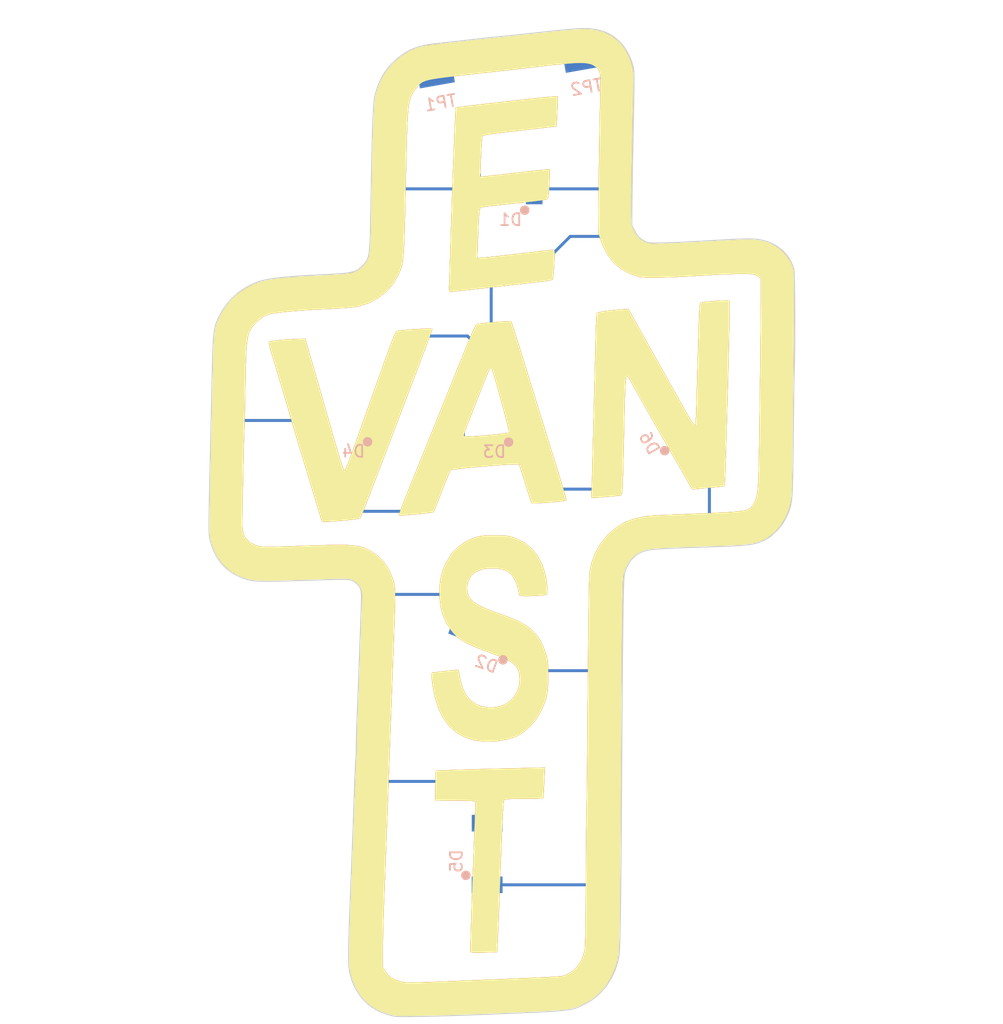
<source format=kicad_pcb>
(kicad_pcb (version 20171130) (host pcbnew 5.1.2)
  (layers (0 F.Cu signal) (31 B.Cu signal) (34 B.Paste user) (35 F.Paste user) (36 B.SilkS user) (37 F.SilkS user) (38 B.Mask user hide) (39 F.Mask user) (44 Edge.Cuts user))
  (net 0 "")
  (net 1 /A)
  (net 2 /C)
  (module east-van:east-van-silk (layer F.Cu) (at 110.1 84.47)
    (fp_text reference H2 hide)
    (fp_text value silk hide)
  )
  (module east-van:east-van-inv-mask (layer F.Cu) (at 110.1 84.47)
    (fp_text reference H1 hide)
    (fp_text value mask hide)
  )
  (module east-van:east-van-copper (layer F.Cu) (at 110.1 84.47)
    (fp_text reference H3 hide)
    (fp_text value copper hide)
    (fp_poly (pts (xy 7.827364 -41.507221) (xy 8.615475 -41.299483) (xy 9.31234 -40.952477) (xy 9.923299 -40.46418) (xy 9.949104 -40.438606) (xy 10.391453 -39.888278) (xy 10.746394 -39.228012) (xy 10.998518 -38.501135) (xy 11.13242 -37.750971) (xy 11.139152 -37.092148) (xy 11.129979 -36.911787) (xy 11.118393 -36.57791) (xy 11.104764 -36.106313) (xy 11.08946 -35.512791) (xy 11.072853 -34.81314) (xy 11.055311 -34.023154) (xy 11.037206 -33.15863) (xy 11.018907 -32.235361) (xy 11.000784 -31.269144) (xy 10.994187 -30.903333) (xy 10.974444 -29.785134) (xy 10.95812 -28.823262) (xy 10.945323 -28.004744) (xy 10.936158 -27.316606) (xy 10.930732 -26.745875) (xy 10.929153 -26.279577) (xy 10.931526 -25.904739) (xy 10.93796 -25.608386) (xy 10.94856 -25.377546) (xy 10.963434 -25.199245) (xy 10.982687 -25.06051) (xy 11.006428 -24.948366) (xy 11.034763 -24.849841) (xy 11.04425 -24.820774) (xy 11.290233 -24.308909) (xy 11.642137 -23.897585) (xy 12.075278 -23.607263) (xy 12.564978 -23.458405) (xy 12.703529 -23.44513) (xy 12.860304 -23.445855) (xy 13.162448 -23.455256) (xy 13.586276 -23.472295) (xy 14.108102 -23.495934) (xy 14.704242 -23.525134) (xy 15.35101 -23.558857) (xy 15.578667 -23.571192) (xy 16.750099 -23.635298) (xy 17.765613 -23.690228) (xy 18.638393 -23.735686) (xy 19.38162 -23.771375) (xy 20.008477 -23.796997) (xy 20.532148 -23.812255) (xy 20.965814 -23.816853) (xy 21.322659 -23.810493) (xy 21.615865 -23.792879) (xy 21.858615 -23.763712) (xy 22.064091 -23.722696) (xy 22.245476 -23.669535) (xy 22.415953 -23.60393) (xy 22.588705 -23.525586) (xy 22.776914 -23.434204) (xy 22.831048 -23.407766) (xy 23.431353 -23.034664) (xy 23.943835 -22.554794) (xy 24.336813 -22.000992) (xy 24.483073 -21.695551) (xy 24.5402 -21.547028) (xy 24.584989 -21.403875) (xy 24.618948 -21.24387) (xy 24.643582 -21.044791) (xy 24.660397 -20.784415) (xy 24.670899 -20.44052) (xy 24.676593 -19.990884) (xy 24.678985 -19.413284) (xy 24.679551 -18.796) (xy 24.678672 -17.909262) (xy 24.675608 -16.945421) (xy 24.670535 -15.918152) (xy 24.663633 -14.841132) (xy 24.655078 -13.728037) (xy 24.645049 -12.592543) (xy 24.633724 -11.448326) (xy 24.621281 -10.309063) (xy 24.607897 -9.18843) (xy 24.593751 -8.100103) (xy 24.579019 -7.057757) (xy 24.563882 -6.075071) (xy 24.548515 -5.165718) (xy 24.533097 -4.343377) (xy 24.517807 -3.621722) (xy 24.502821 -3.01443) (xy 24.488318 -2.535178) (xy 24.474476 -2.197642) (xy 24.461473 -2.015497) (xy 24.461233 -2.013612) (xy 24.276188 -1.159016) (xy 23.958564 -0.372997) (xy 23.521756 0.327571) (xy 22.979163 0.925812) (xy 22.34418 1.404851) (xy 21.630205 1.747813) (xy 21.420667 1.816362) (xy 21.295181 1.851536) (xy 21.165242 1.881878) (xy 21.015454 1.908347) (xy 20.830427 1.931904) (xy 20.594765 1.953507) (xy 20.293077 1.974115) (xy 19.90997 1.99469) (xy 19.43005 2.016189) (xy 18.837925 2.039573) (xy 18.118201 2.065801) (xy 17.255486 2.095833) (xy 16.552333 2.119834) (xy 15.564667 2.155053) (xy 14.730553 2.188999) (xy 14.034231 2.223175) (xy 13.459941 2.259082) (xy 12.991925 2.298223) (xy 12.614423 2.3421) (xy 12.311676 2.392213) (xy 12.067925 2.450066) (xy 11.86741 2.517161) (xy 11.72459 2.579935) (xy 11.164271 2.941425) (xy 10.728716 3.416901) (xy 10.419673 4.003984) (xy 10.260937 4.572) (xy 10.245418 4.738502) (xy 10.230231 5.06919) (xy 10.215452 5.55892) (xy 10.201155 6.202545) (xy 10.187416 6.994918) (xy 10.174308 7.930893) (xy 10.161907 9.005326) (xy 10.150288 10.213068) (xy 10.139524 11.548975) (xy 10.129691 13.0079) (xy 10.123875 14.012333) (xy 10.10956 16.596552) (xy 10.095674 19.012441) (xy 10.082208 21.261005) (xy 10.069154 23.343247) (xy 10.056504 25.260172) (xy 10.04425 27.012782) (xy 10.032383 28.602081) (xy 10.020896 30.029074) (xy 10.00978 31.294763) (xy 9.999026 32.400153) (xy 9.988627 33.346247) (xy 9.978575 34.134049) (xy 9.968861 34.764563) (xy 9.959478 35.238791) (xy 9.950416 35.557739) (xy 9.9474 35.631139) (xy 9.892177 36.330586) (xy 9.786535 36.936915) (xy 9.613264 37.517786) (xy 9.355155 38.140855) (xy 9.254817 38.354) (xy 8.800397 39.131051) (xy 8.242416 39.77864) (xy 7.566685 40.311137) (xy 7.011524 40.625315) (xy 6.805859 40.727983) (xy 6.624256 40.818186) (xy 6.454876 40.897155) (xy 6.285876 40.966121) (xy 6.105416 41.026313) (xy 5.901654 41.078963) (xy 5.662749 41.125299) (xy 5.376861 41.166554) (xy 5.032148 41.203956) (xy 4.616768 41.238737) (xy 4.118882 41.272126) (xy 3.526648 41.305354) (xy 2.828224 41.339652) (xy 2.01177 41.37625) (xy 1.065444 41.416378) (xy -0.022594 41.461266) (xy -1.264185 41.512144) (xy -1.693333 41.529788) (xy -2.694216 41.569254) (xy -3.674474 41.604574) (xy -4.618523 41.635406) (xy -5.510778 41.661411) (xy -6.335658 41.682248) (xy -7.077576 41.697577) (xy -7.720951 41.707059) (xy -8.250197 41.710352) (xy -8.649732 41.707117) (xy -8.90397 41.697014) (xy -8.974667 41.688721) (xy -9.164349 41.641495) (xy -9.449694 41.559767) (xy -9.736667 41.471364) (xy -10.547469 41.131053) (xy -11.246199 40.665229) (xy -11.82887 40.078729) (xy -12.291497 39.376388) (xy -12.630095 38.563044) (xy -12.828941 37.719) (xy -12.847675 37.579765) (xy -12.862883 37.409679) (xy -12.874329 37.200862) (xy -12.881779 36.945436) (xy -12.884999 36.635523) (xy -12.883752 36.263245) (xy -12.877804 35.820722) (xy -12.866922 35.300077) (xy -12.850869 34.693431) (xy -12.82941 33.992906) (xy -12.802312 33.190623) (xy -12.76934 32.278704) (xy -12.730257 31.24927) (xy -12.684831 30.094443) (xy -12.632825 28.806345) (xy -12.574006 27.377097) (xy -12.508137 25.79882) (xy -12.434985 24.063637) (xy -12.391128 23.029333) (xy -12.360675 22.306752) (xy -12.332732 21.632907) (xy -12.308086 21.027621) (xy -12.287526 20.510715) (xy -12.271839 20.10201) (xy -12.261812 19.82133) (xy -12.258232 19.688494) (xy -12.258246 19.685) (xy -12.255869 19.542691) (xy -12.247723 19.247767) (xy -12.234404 18.816826) (xy -12.216505 18.266468) (xy -12.194622 17.613289) (xy -12.169351 16.87389) (xy -12.141284 16.064869) (xy -12.111019 15.202824) (xy -12.079148 14.304353) (xy -12.046268 13.386056) (xy -12.012972 12.464531) (xy -11.979856 11.556376) (xy -11.947515 10.67819) (xy -11.916543 9.846572) (xy -11.887535 9.078119) (xy -11.861087 8.389432) (xy -11.837792 7.797108) (xy -11.818246 7.317745) (xy -11.803043 6.967943) (xy -11.800759 6.918861) (xy -11.781032 6.471576) (xy -11.774307 6.15755) (xy -11.78477 5.94094) (xy -11.816605 5.785901) (xy -11.873998 5.65659) (xy -11.961134 5.517163) (xy -11.965129 5.511122) (xy -12.176986 5.256519) (xy -12.432395 5.033085) (xy -12.492379 4.992833) (xy -12.60077 4.929049) (xy -12.707411 4.881986) (xy -12.83735 4.850001) (xy -13.015634 4.831453) (xy -13.267313 4.8247) (xy -13.617434 4.828099) (xy -14.091045 4.840011) (xy -14.593579 4.855114) (xy -15.774496 4.890967) (xy -16.798842 4.920927) (xy -17.67927 4.94504) (xy -18.428439 4.963349) (xy -19.059004 4.975898) (xy -19.583622 4.982731) (xy -20.014949 4.983892) (xy -20.365643 4.979424) (xy -20.648358 4.969371) (xy -20.875752 4.953777) (xy -21.060481 4.932686) (xy -21.215202 4.906142) (xy -21.336 4.878455) (xy -22.167529 4.589317) (xy -22.886801 4.173567) (xy -23.493372 3.631556) (xy -23.986797 2.963633) (xy -24.152274 2.661513) (xy -24.36897 2.193727) (xy -24.525642 1.757717) (xy -24.629147 1.313611) (xy -24.686342 0.82154) (xy -24.704083 0.241631) (xy -24.701959 0.139969) (xy -21.881055 0.139969) (xy -21.880979 0.381) (xy -21.811119 0.926454) (xy -21.610852 1.365586) (xy -21.275148 1.705105) (xy -20.798976 1.951719) (xy -20.670006 1.995706) (xy -20.531423 2.035916) (xy -20.387965 2.066907) (xy -20.219743 2.088948) (xy -20.006866 2.102305) (xy -19.729442 2.107245) (xy -19.367583 2.104036) (xy -18.901397 2.092946) (xy -18.310994 2.074241) (xy -17.576483 2.048189) (xy -17.358646 2.040215) (xy -16.283205 2.001766) (xy -15.361579 1.972063) (xy -14.578432 1.951997) (xy -13.918429 1.942458) (xy -13.366234 1.944337) (xy -12.90651 1.958524) (xy -12.523922 1.98591) (xy -12.203134 2.027384) (xy -11.928811 2.083837) (xy -11.685616 2.156159) (xy -11.458214 2.245241) (xy -11.231268 2.351974) (xy -11.133667 2.401624) (xy -10.475959 2.834824) (xy -9.920144 3.396547) (xy -9.477099 4.072523) (xy -9.157698 4.848482) (xy -9.092345 5.08) (xy -9.062697 5.202294) (xy -9.037653 5.328003) (xy -9.017365 5.469245) (xy -9.001987 5.638141) (xy -8.991672 5.846808) (xy -8.986572 6.107365) (xy -8.98684 6.431933) (xy -8.992631 6.832629) (xy -9.004096 7.321573) (xy -9.02139 7.910883) (xy -9.044664 8.612679) (xy -9.074072 9.43908) (xy -9.109767 10.402204) (xy -9.151902 11.514171) (xy -9.184304 12.361333) (xy -9.208403 12.995259) (xy -9.23778 13.776583) (xy -9.27163 14.68348) (xy -9.309147 15.694122) (xy -9.349527 16.786685) (xy -9.391965 17.939343) (xy -9.435655 19.130269) (xy -9.479792 20.337637) (xy -9.523572 21.539622) (xy -9.565329 22.690667) (xy -9.60679 23.830906) (xy -9.648624 24.971784) (xy -9.690131 26.094769) (xy -9.730611 27.181327) (xy -9.769365 28.212926) (xy -9.805692 29.171033) (xy -9.838894 30.037115) (xy -9.868269 30.79264) (xy -9.893117 31.419076) (xy -9.91274 31.897888) (xy -9.915438 31.961667) (xy -9.94371 32.685762) (xy -9.969641 33.462208) (xy -9.991899 34.242151) (xy -10.009153 34.976741) (xy -10.020072 35.617125) (xy -10.022846 35.903405) (xy -10.033 37.559143) (xy -9.800326 37.912182) (xy -9.565955 38.213335) (xy -9.293427 38.435753) (xy -8.930963 38.61645) (xy -8.689165 38.706412) (xy -8.571396 38.746265) (xy -8.458188 38.779523) (xy -8.33524 38.806151) (xy -8.188251 38.826114) (xy -8.00292 38.839379) (xy -7.764944 38.845911) (xy -7.460022 38.845677) (xy -7.073854 38.838642) (xy -6.592136 38.824772) (xy -6.000569 38.804034) (xy -5.28485 38.776392) (xy -4.430678 38.741814) (xy -3.423751 38.700264) (xy -3.259667 38.69347) (xy -1.884612 38.636576) (xy -0.668559 38.586236) (xy 0.398674 38.541856) (xy 1.327269 38.502845) (xy 2.127407 38.468608) (xy 2.80927 38.438553) (xy 3.383037 38.412086) (xy 3.858892 38.388615) (xy 4.247015 38.367547) (xy 4.557588 38.348288) (xy 4.800791 38.330246) (xy 4.986807 38.312827) (xy 5.125816 38.295439) (xy 5.228001 38.277488) (xy 5.303541 38.258381) (xy 5.36262 38.237525) (xy 5.415417 38.214328) (xy 5.472114 38.188195) (xy 5.480756 38.184352) (xy 6.025289 37.863192) (xy 6.455819 37.427167) (xy 6.778605 36.867935) (xy 6.999907 36.177155) (xy 7.00541 36.152667) (xy 7.02339 35.986918) (xy 7.040172 35.665125) (xy 7.055504 35.200575) (xy 7.06913 34.606554) (xy 7.080797 33.896351) (xy 7.090251 33.08325) (xy 7.097237 32.18054) (xy 7.101502 31.201506) (xy 7.101731 31.115) (xy 7.104736 30.194011) (xy 7.108991 29.285283) (xy 7.11431 28.410183) (xy 7.120509 27.590075) (xy 7.127402 26.846325) (xy 7.134804 26.200299) (xy 7.142529 25.673362) (xy 7.150392 25.286879) (xy 7.153155 25.188333) (xy 7.160754 24.880691) (xy 7.169273 24.422016) (xy 7.178489 23.830604) (xy 7.188177 23.12475) (xy 7.198114 22.322753) (xy 7.208077 21.442907) (xy 7.21784 20.503509) (xy 7.227181 19.522856) (xy 7.235875 18.519243) (xy 7.23809 18.245667) (xy 7.254288 16.259346) (xy 7.269888 14.438811) (xy 7.284935 12.780516) (xy 7.299477 11.280913) (xy 7.313558 9.936457) (xy 7.327226 8.743601) (xy 7.340527 7.698798) (xy 7.353506 6.798503) (xy 7.366211 6.039169) (xy 7.378687 5.417249) (xy 7.39098 4.929197) (xy 7.403137 4.571467) (xy 7.415204 4.340512) (xy 7.420076 4.282242) (xy 7.58158 3.463689) (xy 7.890398 2.649049) (xy 8.327704 1.874974) (xy 8.874673 1.178118) (xy 9.16271 0.889148) (xy 9.811513 0.373081) (xy 10.521209 -0.022311) (xy 11.312537 -0.304521) (xy 12.206233 -0.481045) (xy 13.165667 -0.557566) (xy 13.516904 -0.570297) (xy 14.008202 -0.589279) (xy 14.61045 -0.613327) (xy 15.294539 -0.641258) (xy 16.03136 -0.671885) (xy 16.791801 -0.704024) (xy 17.314333 -0.726431) (xy 18.188813 -0.765128) (xy 18.91075 -0.800999) (xy 19.496814 -0.837516) (xy 19.963679 -0.87815) (xy 20.328016 -0.926372) (xy 20.606498 -0.985656) (xy 20.815797 -1.059471) (xy 20.972584 -1.151289) (xy 21.093534 -1.264583) (xy 21.195316 -1.402823) (xy 21.285377 -1.553299) (xy 21.38828 -1.75252) (xy 21.471718 -1.966932) (xy 21.538211 -2.217364) (xy 21.590278 -2.524645) (xy 21.630435 -2.909607) (xy 21.661204 -3.393077) (xy 21.685101 -3.995887) (xy 21.704645 -4.738866) (xy 21.711809 -5.08) (xy 21.722076 -5.633129) (xy 21.73349 -6.315799) (xy 21.74582 -7.109271) (xy 21.758838 -7.994807) (xy 21.772315 -8.953667) (xy 21.786021 -9.967112) (xy 21.799726 -11.016404) (xy 21.813203 -12.082803) (xy 21.82622 -13.14757) (xy 21.838549 -14.191966) (xy 21.849962 -15.197252) (xy 21.860227 -16.14469) (xy 21.869117 -17.015539) (xy 21.876401 -17.791061) (xy 21.881851 -18.452518) (xy 21.885237 -18.981169) (xy 21.886333 -19.342799) (xy 21.886333 -20.524597) (xy 21.598646 -20.718632) (xy 21.466852 -20.798638) (xy 21.32821 -20.853006) (xy 21.147857 -20.886521) (xy 20.890929 -20.903968) (xy 20.522562 -20.91013) (xy 20.201646 -20.910339) (xy 19.765085 -20.903532) (xy 19.207179 -20.885955) (xy 18.575434 -20.859607) (xy 17.917358 -20.826487) (xy 17.280456 -20.788594) (xy 17.229667 -20.785273) (xy 15.971607 -20.707357) (xy 14.860182 -20.648967) (xy 13.898902 -20.610183) (xy 13.091278 -20.591082) (xy 12.440824 -20.591743) (xy 11.951049 -20.612244) (xy 11.625466 -20.652666) (xy 11.596197 -20.659192) (xy 10.763337 -20.936448) (xy 10.039169 -21.34348) (xy 9.423542 -21.88043) (xy 8.916306 -22.54744) (xy 8.517309 -23.344651) (xy 8.404373 -23.651008) (xy 8.170333 -24.341667) (xy 8.19122 -27.643667) (xy 8.198805 -28.569507) (xy 8.210285 -29.610519) (xy 8.224888 -30.71406) (xy 8.241845 -31.827488) (xy 8.260385 -32.89816) (xy 8.279736 -33.873432) (xy 8.287618 -34.228798) (xy 8.302802 -34.97019) (xy 8.313537 -35.668345) (xy 8.319772 -36.302817) (xy 8.321458 -36.853159) (xy 8.318547 -37.298924) (xy 8.310987 -37.619664) (xy 8.298731 -37.794932) (xy 8.296273 -37.808365) (xy 8.192384 -38.112824) (xy 8.016162 -38.328588) (xy 7.72332 -38.50641) (xy 7.662333 -38.534892) (xy 7.485335 -38.602709) (xy 7.280087 -38.652977) (xy 7.031523 -38.685038) (xy 6.724577 -38.698238) (xy 6.344183 -38.691921) (xy 5.875274 -38.665431) (xy 5.302784 -38.618112) (xy 4.611647 -38.54931) (xy 3.786796 -38.458367) (xy 2.813165 -38.34463) (xy 2.54 -38.311988) (xy 2.230492 -38.275636) (xy 1.776005 -38.22332) (xy 1.199871 -38.157677) (xy 0.52542 -38.081342) (xy -0.224018 -37.996952) (xy -1.025112 -37.907143) (xy -1.854531 -37.81455) (xy -2.370667 -37.757134) (xy -3.327087 -37.650562) (xy -4.130572 -37.558991) (xy -4.796483 -37.478717) (xy -5.340184 -37.406035) (xy -5.777035 -37.337243) (xy -6.122398 -37.268637) (xy -6.391636 -37.196511) (xy -6.600111 -37.117164) (xy -6.763185 -37.02689) (xy -6.896218 -36.921987) (xy -7.014574 -36.798749) (xy -7.133615 -36.653474) (xy -7.177064 -36.598287) (xy -7.311098 -36.426657) (xy -7.428477 -36.267155) (xy -7.530566 -36.107687) (xy -7.618732 -35.936161) (xy -7.694339 -35.740484) (xy -7.758752 -35.508563) (xy -7.813338 -35.228306) (xy -7.859461 -34.887619) (xy -7.898486 -34.47441) (xy -7.931778 -33.976587) (xy -7.960704 -33.382055) (xy -7.986628 -32.678724) (xy -8.010916 -31.854499) (xy -8.034932 -30.897288) (xy -8.060043 -29.794999) (xy -8.087613 -28.535538) (xy -8.087675 -28.532667) (xy -8.114437 -27.310576) (xy -8.13854 -26.245104) (xy -8.161021 -25.323576) (xy -8.182922 -24.533317) (xy -8.20528 -23.861653) (xy -8.229136 -23.295908) (xy -8.255529 -22.82341) (xy -8.285498 -22.431482) (xy -8.320082 -22.107451) (xy -8.360321 -21.838641) (xy -8.407254 -21.612379) (xy -8.461921 -21.41599) (xy -8.52536 -21.236799) (xy -8.598611 -21.062131) (xy -8.682713 -20.879313) (xy -8.722104 -20.795819) (xy -9.166906 -20.048395) (xy -9.742509 -19.397446) (xy -10.432248 -18.856218) (xy -11.219456 -18.437957) (xy -12.025014 -18.170796) (xy -12.337297 -18.115372) (xy -12.802886 -18.062741) (xy -13.405762 -18.014283) (xy -14.129904 -17.971379) (xy -14.584209 -17.950218) (xy -15.638853 -17.899615) (xy -16.607623 -17.841604) (xy -17.477217 -17.777435) (xy -18.234331 -17.70836) (xy -18.865663 -17.635629) (xy -19.357909 -17.560493) (xy -19.697766 -17.484204) (xy -19.762471 -17.463285) (xy -20.195681 -17.240831) (xy -20.623995 -16.904795) (xy -20.993455 -16.503667) (xy -21.216371 -16.156788) (xy -21.296908 -15.979442) (xy -21.365086 -15.780787) (xy -21.422244 -15.54487) (xy -21.469721 -15.255738) (xy -21.508859 -14.897438) (xy -21.540996 -14.454017) (xy -21.567473 -13.909522) (xy -21.589628 -13.248) (xy -21.608803 -12.453498) (xy -21.626336 -11.510064) (xy -21.631113 -11.218333) (xy -21.643679 -10.479837) (xy -21.656988 -9.780793) (xy -21.670528 -9.142604) (xy -21.683784 -8.58667) (xy -21.696246 -8.134395) (xy -21.7074 -7.807179) (xy -21.716734 -7.626426) (xy -21.717289 -7.62) (xy -21.725773 -7.459848) (xy -21.73653 -7.15212) (xy -21.749116 -6.718551) (xy -21.763085 -6.180876) (xy -21.777994 -5.56083) (xy -21.793396 -4.880148) (xy -21.808849 -4.160566) (xy -21.823906 -3.423818) (xy -21.838124 -2.69164) (xy -21.851058 -1.985768) (xy -21.862262 -1.327935) (xy -21.871293 -0.739878) (xy -21.877706 -0.243332) (xy -21.881055 0.139969) (xy -24.701959 0.139969) (xy -24.689387 -0.461663) (xy -24.67727 -0.801926) (xy -24.665472 -1.15571) (xy -24.653674 -1.536118) (xy -24.641557 -1.956256) (xy -24.628803 -2.429229) (xy -24.615093 -2.96814) (xy -24.600109 -3.586095) (xy -24.583533 -4.296199) (xy -24.565045 -5.111556) (xy -24.544328 -6.04527) (xy -24.521062 -7.110447) (xy -24.49493 -8.320191) (xy -24.46909 -9.525) (xy -24.443066 -10.726337) (xy -24.419571 -11.770636) (xy -24.398064 -12.670169) (xy -24.378005 -13.437203) (xy -24.358852 -14.084008) (xy -24.340066 -14.622852) (xy -24.321106 -15.066005) (xy -24.301431 -15.425736) (xy -24.280501 -15.714314) (xy -24.257776 -15.944008) (xy -24.232715 -16.127086) (xy -24.204777 -16.275819) (xy -24.173422 -16.402474) (xy -24.164768 -16.432873) (xy -24.006144 -16.864643) (xy -23.772222 -17.364087) (xy -23.496149 -17.868827) (xy -23.211071 -18.316485) (xy -23.049442 -18.531792) (xy -22.647048 -18.940133) (xy -22.124252 -19.348211) (xy -21.527719 -19.728161) (xy -20.904115 -20.052115) (xy -20.300106 -20.292207) (xy -19.93597 -20.390964) (xy -19.623909 -20.442368) (xy -19.16814 -20.498644) (xy -18.594144 -20.557665) (xy -17.927402 -20.617309) (xy -17.193396 -20.675452) (xy -16.417605 -20.729969) (xy -15.625512 -20.778736) (xy -14.842597 -20.81963) (xy -14.732 -20.824751) (xy -14.173769 -20.853549) (xy -13.655268 -20.886641) (xy -13.206697 -20.921598) (xy -12.858259 -20.955996) (xy -12.640155 -20.987408) (xy -12.605817 -20.995548) (xy -12.161529 -21.197926) (xy -11.745181 -21.522101) (xy -11.412998 -21.922914) (xy -11.37594 -21.983373) (xy -11.294973 -22.127582) (xy -11.234029 -22.2637) (xy -11.18915 -22.419433) (xy -11.15638 -22.622492) (xy -11.131763 -22.900584) (xy -11.111343 -23.28142) (xy -11.091162 -23.792707) (xy -11.082265 -24.04011) (xy -11.067118 -24.513363) (xy -11.050208 -25.124222) (xy -11.032269 -25.840978) (xy -11.014034 -26.631922) (xy -10.996234 -27.465344) (xy -10.979603 -28.309535) (xy -10.965718 -29.083) (xy -10.940906 -30.416987) (xy -10.914391 -31.590199) (xy -10.885758 -32.611191) (xy -10.854591 -33.488515) (xy -10.820474 -34.230727) (xy -10.782991 -34.846379) (xy -10.741728 -35.344025) (xy -10.696267 -35.73222) (xy -10.646193 -36.019517) (xy -10.624178 -36.110333) (xy -10.52116 -36.428121) (xy -10.368387 -36.824093) (xy -10.194173 -37.226173) (xy -10.143453 -37.334106) (xy -9.709965 -38.052967) (xy -9.141635 -38.710209) (xy -8.469072 -39.280264) (xy -7.722886 -39.737561) (xy -6.933685 -40.056532) (xy -6.858 -40.078594) (xy -6.684198 -40.112948) (xy -6.359823 -40.162414) (xy -5.902746 -40.22478) (xy -5.330839 -40.297835) (xy -4.661973 -40.379368) (xy -3.91402 -40.467167) (xy -3.104851 -40.559021) (xy -2.252337 -40.652719) (xy -1.989667 -40.680979) (xy -1.138004 -40.772435) (xy -0.332583 -40.859487) (xy 0.409994 -40.940303) (xy 1.073123 -41.013049) (xy 1.640204 -41.075892) (xy 2.094635 -41.126999) (xy 2.419812 -41.164536) (xy 2.599134 -41.186671) (xy 2.624667 -41.190495) (xy 2.903795 -41.231888) (xy 3.314635 -41.281176) (xy 3.821277 -41.335137) (xy 4.387815 -41.390553) (xy 4.978341 -41.444202) (xy 5.556947 -41.492865) (xy 6.087727 -41.533322) (xy 6.534772 -41.562353) (xy 6.862176 -41.576737) (xy 6.942667 -41.577714) (xy 7.827364 -41.507221)) (layer F.Cu) (width 0.01))
    (fp_poly (pts (xy 3.600287 21.97933) (xy 3.57693 22.422298) (xy 3.554032 22.801021) (xy 3.533648 23.08532) (xy 3.517833 23.245018) (xy 3.512501 23.268519) (xy 3.451221 23.298792) (xy 3.31807 23.32181) (xy 3.09333 23.33859) (xy 2.757286 23.350151) (xy 2.290222 23.357513) (xy 1.712404 23.361522) (xy 1.183074 23.364581) (xy 0.798391 23.370468) (xy 0.533669 23.382354) (xy 0.364221 23.40341) (xy 0.265361 23.436806) (xy 0.212403 23.485712) (xy 0.18066 23.5533) (xy 0.178712 23.5585) (xy 0.163296 23.674839) (xy 0.143053 23.945464) (xy 0.118687 24.355418) (xy 0.0909 24.889744) (xy 0.060396 25.533485) (xy 0.027879 26.271684) (xy -0.005949 27.089384) (xy -0.040382 27.971628) (xy -0.074719 28.90346) (xy -0.081108 29.083) (xy -0.115648 30.04896) (xy -0.149944 30.988751) (xy -0.183304 31.884589) (xy -0.215034 32.718689) (xy -0.244441 33.473265) (xy -0.27083 34.130535) (xy -0.293509 34.672712) (xy -0.311784 35.082012) (xy -0.324961 35.34065) (xy -0.325416 35.348333) (xy -0.381 36.279667) (xy -1.503008 36.322) (xy -2.005034 36.334663) (xy -2.366606 36.329977) (xy -2.577637 36.308319) (xy -2.631265 36.279667) (xy -2.633466 36.11829) (xy -2.628721 35.792081) (xy -2.617176 35.305389) (xy -2.598973 34.662568) (xy -2.574258 33.867967) (xy -2.543175 32.925939) (xy -2.505868 31.840835) (xy -2.462481 30.617007) (xy -2.413158 29.258806) (xy -2.358044 27.770584) (xy -2.297282 26.156692) (xy -2.284918 25.831111) (xy -2.263577 25.233609) (xy -2.246934 24.69357) (xy -2.235467 24.233509) (xy -2.229657 23.875937) (xy -2.229982 23.643367) (xy -2.236537 23.558574) (xy -2.32857 23.546686) (xy -2.563664 23.535028) (xy -2.915548 23.52437) (xy -3.357951 23.515483) (xy -3.8646 23.50914) (xy -3.943586 23.508463) (xy -5.613986 23.495) (xy -5.595009 22.268404) (xy -5.585564 21.830313) (xy -5.572431 21.455512) (xy -5.557092 21.175134) (xy -5.54103 21.020313) (xy -5.534643 21.000421) (xy -5.43547 20.983971) (xy -5.171298 20.965191) (xy -4.746444 20.944227) (xy -4.165225 20.921224) (xy -3.431957 20.896329) (xy -2.550958 20.869689) (xy -1.526542 20.841449) (xy -0.363028 20.811757) (xy 0.935269 20.780759) (xy 0.963377 20.780108) (xy 3.662421 20.71766) (xy 3.600287 21.97933)) (layer F.Cu) (width 0.01))
    (fp_poly (pts (xy -0.113129 1.145892) (xy 0.242417 1.158579) (xy 0.519272 1.187236) (xy 0.762739 1.237997) (xy 1.018117 1.316999) (xy 1.216473 1.38806) (xy 1.899112 1.727459) (xy 2.498175 2.206187) (xy 3.001947 2.810249) (xy 3.398716 3.525647) (xy 3.673048 4.323632) (xy 3.75351 4.696987) (xy 3.815419 5.092471) (xy 3.855695 5.472017) (xy 3.871256 5.797556) (xy 3.859023 6.03102) (xy 3.819421 6.13251) (xy 3.686303 6.167969) (xy 3.431573 6.200109) (xy 3.094522 6.227365) (xy 2.714443 6.248171) (xy 2.330629 6.260962) (xy 1.982372 6.264173) (xy 1.708964 6.25624) (xy 1.549698 6.235595) (xy 1.527061 6.223828) (xy 1.473064 6.092931) (xy 1.41771 5.863812) (xy 1.399017 5.757333) (xy 1.282949 5.294565) (xy 1.094893 4.854621) (xy 0.861306 4.490341) (xy 0.666395 4.294144) (xy 0.216038 4.053838) (xy -0.351586 3.925343) (xy -1.024214 3.911399) (xy -1.040595 3.912433) (xy -1.668316 4.013202) (xy -2.173512 4.223513) (xy -2.551488 4.539144) (xy -2.797549 4.955873) (xy -2.907002 5.469479) (xy -2.912292 5.5957) (xy -2.885924 5.943835) (xy -2.786869 6.250654) (xy -2.601015 6.527314) (xy -2.314252 6.784976) (xy -1.91247 7.0348) (xy -1.38156 7.287945) (xy -0.70741 7.555572) (xy -0.207359 7.735047) (xy 0.550255 8.009918) (xy 1.167552 8.26074) (xy 1.66934 8.500996) (xy 2.080424 8.744167) (xy 2.425611 9.003736) (xy 2.729706 9.293183) (xy 2.8003 9.369669) (xy 3.096393 9.729848) (xy 3.33059 10.099718) (xy 3.534579 10.535742) (xy 3.695291 10.964333) (xy 3.785524 11.233812) (xy 3.849519 11.467761) (xy 3.891823 11.704788) (xy 3.916977 11.983499) (xy 3.929529 12.342501) (xy 3.934021 12.820403) (xy 3.934483 12.996333) (xy 3.929394 13.617065) (xy 3.905509 14.112928) (xy 3.853798 14.528102) (xy 3.765226 14.906771) (xy 3.630762 15.293115) (xy 3.441372 15.731317) (xy 3.324091 15.981916) (xy 2.978279 16.573283) (xy 2.53277 17.127984) (xy 2.023586 17.610045) (xy 1.486747 17.983492) (xy 1.160328 18.142895) (xy 0.436449 18.365319) (xy -0.374169 18.49771) (xy -1.212041 18.535422) (xy -2.017681 18.473813) (xy -2.337753 18.415983) (xy -3.128668 18.163584) (xy -3.823706 17.772398) (xy -4.421142 17.24438) (xy -4.91925 16.581489) (xy -5.316307 15.785682) (xy -5.610588 14.858914) (xy -5.659276 14.647333) (xy -5.783392 14.026212) (xy -5.866122 13.507748) (xy -5.906246 13.10589) (xy -5.902548 12.834587) (xy -5.85381 12.707786) (xy -5.829308 12.7) (xy -5.701455 12.689995) (xy -5.443481 12.662776) (xy -5.093237 12.622536) (xy -4.700846 12.574991) (xy -4.30742 12.529545) (xy -3.979293 12.497989) (xy -3.750541 12.483156) (xy -3.655239 12.48788) (xy -3.655086 12.488025) (xy -3.623715 12.583805) (xy -3.574598 12.803741) (xy -3.517117 13.104845) (xy -3.503097 13.184534) (xy -3.313088 13.937449) (xy -3.026933 14.551844) (xy -2.64331 15.029493) (xy -2.160896 15.372168) (xy -1.748778 15.537168) (xy -1.09407 15.657665) (xy -0.472627 15.632493) (xy 0.096973 15.474242) (xy 0.596155 15.195501) (xy 1.00634 14.808859) (xy 1.308951 14.326906) (xy 1.485412 13.762229) (xy 1.523933 13.319345) (xy 1.502707 12.91197) (xy 1.42813 12.568405) (xy 1.284023 12.273906) (xy 1.054208 12.013727) (xy 0.722504 11.77312) (xy 0.272733 11.537341) (xy -0.311285 11.291643) (xy -0.966807 11.049223) (xy -1.784415 10.746339) (xy -2.456581 10.467483) (xy -3.003437 10.201193) (xy -3.445113 9.936005) (xy -3.801741 9.660458) (xy -4.093451 9.363088) (xy -4.229652 9.191317) (xy -4.655814 8.537867) (xy -4.956678 7.884554) (xy -5.14555 7.188888) (xy -5.235735 6.408376) (xy -5.248082 5.938888) (xy -5.217321 5.202304) (xy -5.113264 4.560939) (xy -4.921699 3.951321) (xy -4.684041 3.419915) (xy -4.239407 2.70521) (xy -3.680143 2.110773) (xy -3.016493 1.645629) (xy -2.321378 1.33925) (xy -2.044507 1.255092) (xy -1.778914 1.198496) (xy -1.479627 1.164359) (xy -1.101673 1.147575) (xy -0.60008 1.143041) (xy -0.592667 1.14304) (xy -0.113129 1.145892)) (layer F.Cu) (width 0.01))
    (fp_poly (pts (xy -5.937625 -16.290782) (xy -5.843857 -16.27392) (xy -5.843041 -16.271444) (xy -5.874265 -16.160499) (xy -5.965795 -15.895767) (xy -6.116193 -15.481136) (xy -6.32402 -14.920492) (xy -6.587839 -14.217724) (xy -6.906209 -13.37672) (xy -7.196037 -12.615333) (xy -7.404715 -12.067662) (xy -7.658924 -11.399551) (xy -7.944255 -10.64893) (xy -8.246295 -9.853727) (xy -8.550636 -9.051873) (xy -8.842867 -8.281295) (xy -8.933053 -8.043333) (xy -9.205614 -7.324878) (xy -9.483954 -6.592726) (xy -9.756082 -5.878305) (xy -10.010011 -5.213046) (xy -10.233749 -4.628376) (xy -10.415307 -4.155724) (xy -10.483386 -3.979333) (xy -10.700293 -3.417994) (xy -10.94001 -2.796611) (xy -11.176724 -2.182155) (xy -11.38462 -1.641597) (xy -11.429777 -1.524) (xy -11.591893 -1.110037) (xy -11.738627 -0.750803) (xy -11.856953 -0.47707) (xy -11.93384 -0.319613) (xy -11.949332 -0.296823) (xy -12.055931 -0.263492) (xy -12.303316 -0.221812) (xy -12.663367 -0.175418) (xy -13.10796 -0.127946) (xy -13.593484 -0.084299) (xy -14.147417 -0.040107) (xy -14.555376 -0.011705) (xy -14.83998 0.000915) (xy -15.02385 -0.00224) (xy -15.129607 -0.021163) (xy -15.17987 -0.055848) (xy -15.192686 -0.083809) (xy -15.230214 -0.211025) (xy -15.31024 -0.477824) (xy -15.425972 -0.861792) (xy -15.570617 -1.34051) (xy -15.737385 -1.891562) (xy -15.919483 -2.492533) (xy -16.110119 -3.121004) (xy -16.302501 -3.75456) (xy -16.489837 -4.370783) (xy -16.665334 -4.947258) (xy -16.809102 -5.418667) (xy -16.993764 -6.028285) (xy -17.197975 -6.710309) (xy -17.401489 -7.39665) (xy -17.584064 -8.019223) (xy -17.652429 -8.255) (xy -17.857495 -8.961719) (xy -18.083133 -9.732697) (xy -18.320339 -10.537697) (xy -18.560107 -11.346482) (xy -18.793433 -12.128813) (xy -19.011313 -12.854453) (xy -19.204742 -13.493163) (xy -19.364716 -14.014707) (xy -19.429943 -14.224) (xy -19.537306 -14.588728) (xy -19.613675 -14.893938) (xy -19.650982 -15.103983) (xy -19.646398 -15.18062) (xy -19.533337 -15.220102) (xy -19.282255 -15.263848) (xy -18.9243 -15.308623) (xy -18.490617 -15.351189) (xy -18.012353 -15.388308) (xy -17.520655 -15.416743) (xy -17.27862 -15.426723) (xy -16.565573 -15.451667) (xy -15.564135 -11.980333) (xy -15.34216 -11.210499) (xy -15.12685 -10.463042) (xy -14.924503 -9.759875) (xy -14.741415 -9.122911) (xy -14.583884 -8.574065) (xy -14.458207 -8.135249) (xy -14.37068 -7.828377) (xy -14.347627 -7.747) (xy -14.102544 -6.887007) (xy -13.883332 -6.134723) (xy -13.692924 -5.499555) (xy -13.534249 -4.990912) (xy -13.410239 -4.618198) (xy -13.323825 -4.390822) (xy -13.279173 -4.318) (xy -13.254862 -4.324584) (xy -13.226303 -4.351934) (xy -13.189198 -4.411446) (xy -13.139249 -4.514515) (xy -13.072159 -4.672538) (xy -12.983629 -4.89691) (xy -12.869362 -5.199028) (xy -12.725059 -5.590288) (xy -12.546423 -6.082086) (xy -12.329156 -6.685816) (xy -12.06896 -7.412877) (xy -11.761536 -8.274663) (xy -11.402589 -9.282571) (xy -11.331364 -9.482667) (xy -10.912099 -10.660716) (xy -10.545808 -11.689477) (xy -10.228504 -12.579129) (xy -9.956203 -13.339848) (xy -9.724919 -13.981814) (xy -9.530666 -14.515205) (xy -9.369458 -14.950198) (xy -9.23731 -15.296972) (xy -9.130236 -15.565705) (xy -9.044251 -15.766575) (xy -8.975368 -15.90976) (xy -8.919603 -16.005438) (xy -8.87297 -16.063787) (xy -8.831483 -16.094986) (xy -8.791156 -16.109212) (xy -8.748003 -16.116644) (xy -8.73252 -16.11933) (xy -8.488488 -16.154534) (xy -8.149193 -16.189234) (xy -7.747218 -16.221715) (xy -7.315149 -16.25026) (xy -6.88557 -16.273155) (xy -6.491066 -16.288684) (xy -6.164223 -16.295131) (xy -5.937625 -16.290782)) (layer F.Cu) (width 0.01))
    (fp_poly (pts (xy 0.802892 -16.920664) (xy 0.840008 -16.828402) (xy 0.923001 -16.584878) (xy 1.04848 -16.200834) (xy 1.213052 -15.687017) (xy 1.413328 -15.054171) (xy 1.645916 -14.31304) (xy 1.907425 -13.474369) (xy 2.194465 -12.548902) (xy 2.503644 -11.547385) (xy 2.696045 -10.922) (xy 2.932889 -10.152995) (xy 3.206658 -9.26711) (xy 3.503494 -8.309002) (xy 3.809536 -7.323331) (xy 4.110926 -6.354753) (xy 4.393805 -5.447928) (xy 4.530578 -5.010524) (xy 4.747767 -4.312067) (xy 4.946249 -3.664925) (xy 5.120834 -3.08669) (xy 5.266336 -2.59495) (xy 5.377565 -2.207299) (xy 5.449333 -1.941325) (xy 5.476451 -1.81462) (xy 5.475559 -1.806671) (xy 5.371117 -1.776609) (xy 5.133436 -1.741058) (xy 4.796717 -1.702699) (xy 4.395161 -1.664214) (xy 3.962968 -1.628288) (xy 3.534339 -1.597601) (xy 3.143475 -1.574835) (xy 2.824577 -1.562675) (xy 2.611845 -1.563801) (xy 2.540651 -1.576484) (xy 2.49474 -1.677609) (xy 2.409903 -1.914773) (xy 2.294896 -2.261535) (xy 2.158473 -2.691454) (xy 2.009391 -3.178087) (xy 1.999981 -3.209354) (xy 1.850146 -3.698834) (xy 1.712038 -4.133392) (xy 1.59449 -4.486532) (xy 1.506336 -4.731759) (xy 1.456412 -4.842578) (xy 1.454813 -4.844387) (xy 1.35445 -4.856143) (xy 1.10976 -4.852449) (xy 0.744842 -4.835361) (xy 0.283794 -4.806936) (xy -0.249283 -4.76923) (xy -0.830291 -4.7243) (xy -1.435132 -4.674202) (xy -2.039705 -4.620993) (xy -2.619913 -4.566729) (xy -3.151655 -4.513467) (xy -3.610834 -4.463263) (xy -3.97335 -4.418174) (xy -4.215105 -4.380257) (xy -4.311384 -4.352324) (xy -4.361597 -4.253595) (xy -4.462107 -4.020913) (xy -4.602968 -3.678581) (xy -4.774236 -3.250902) (xy -4.965968 -2.762178) (xy -5.035631 -2.582333) (xy -5.231195 -2.079578) (xy -5.408581 -1.630717) (xy -5.558097 -1.259699) (xy -5.670049 -0.990474) (xy -5.734746 -0.846987) (xy -5.744524 -0.830807) (xy -5.857913 -0.795764) (xy -6.139892 -0.751728) (xy -6.589963 -0.698756) (xy -7.207624 -0.636907) (xy -7.992376 -0.566239) (xy -8.095233 -0.557385) (xy -8.374305 -0.54069) (xy -8.579105 -0.541925) (xy -8.656952 -0.557174) (xy -8.665946 -0.572169) (xy -8.666654 -0.602009) (xy -8.654402 -0.658708) (xy -8.624513 -0.754281) (xy -8.57231 -0.900741) (xy -8.49312 -1.110103) (xy -8.382264 -1.394382) (xy -8.235069 -1.765591) (xy -8.046857 -2.235746) (xy -7.812953 -2.81686) (xy -7.52868 -3.520948) (xy -7.189364 -4.360025) (xy -6.863759 -5.164667) (xy -6.516288 -6.023702) (xy -6.130495 -6.978289) (xy -6.017706 -7.257558) (xy -3.197346 -7.257558) (xy -3.115167 -7.212916) (xy -2.91344 -7.197581) (xy -2.797689 -7.196667) (xy -2.564482 -7.204584) (xy -2.202008 -7.22647) (xy -1.749505 -7.259529) (xy -1.246207 -7.300964) (xy -0.903981 -7.331659) (xy -0.423405 -7.379649) (xy -0.001389 -7.428195) (xy 0.333051 -7.473445) (xy 0.550899 -7.511545) (xy 0.621671 -7.53423) (xy 0.613243 -7.62487) (xy 0.564394 -7.854846) (xy 0.481482 -8.200749) (xy 0.370863 -8.639171) (xy 0.238895 -9.146703) (xy 0.091937 -9.699938) (xy -0.063656 -10.275467) (xy -0.221524 -10.849881) (xy -0.375311 -11.399773) (xy -0.518658 -11.901735) (xy -0.645209 -12.332357) (xy -0.748606 -12.668232) (xy -0.82249 -12.885951) (xy -0.848504 -12.947346) (xy -0.911325 -12.993266) (xy -0.996162 -12.898726) (xy -1.045309 -12.809854) (xy -1.104377 -12.676656) (xy -1.215183 -12.409228) (xy -1.368421 -12.031224) (xy -1.554783 -11.566296) (xy -1.764962 -11.038096) (xy -1.989651 -10.470276) (xy -2.219542 -9.886489) (xy -2.44533 -9.310387) (xy -2.657706 -8.765623) (xy -2.847364 -8.275849) (xy -3.004996 -7.864716) (xy -3.121295 -7.555878) (xy -3.186955 -7.372987) (xy -3.195776 -7.344833) (xy -3.197346 -7.257558) (xy -6.017706 -7.257558) (xy -5.724647 -7.983179) (xy -5.317009 -8.993122) (xy -4.925847 -9.962869) (xy -4.569429 -10.847169) (xy -4.385856 -11.303) (xy -3.963536 -12.351331) (xy -3.599269 -13.253452) (xy -3.288285 -14.020402) (xy -3.025814 -14.663219) (xy -2.807088 -15.192943) (xy -2.627336 -15.620611) (xy -2.48179 -15.957264) (xy -2.365678 -16.213939) (xy -2.274232 -16.401675) (xy -2.202683 -16.531512) (xy -2.14626 -16.614487) (xy -2.100194 -16.661639) (xy -2.061056 -16.683534) (xy -1.929738 -16.708593) (xy -1.673014 -16.740737) (xy -1.325054 -16.777135) (xy -0.92003 -16.814959) (xy -0.492113 -16.851379) (xy -0.075474 -16.883566) (xy 0.295716 -16.90869) (xy 0.587286 -16.923923) (xy 0.765065 -16.926435) (xy 0.802892 -16.920664)) (layer F.Cu) (width 0.01))
    (fp_poly (pts (xy 19.210475 -18.660657) (xy 19.226031 -18.653836) (xy 19.236798 -18.589062) (xy 19.243329 -18.417404) (xy 19.24552 -18.134308) (xy 19.243265 -17.735221) (xy 19.236463 -17.215588) (xy 19.225006 -16.570854) (xy 19.208793 -15.796466) (xy 19.187718 -14.88787) (xy 19.161676 -13.840512) (xy 19.130565 -12.649837) (xy 19.094279 -11.311291) (xy 19.052714 -9.820321) (xy 19.005767 -8.172371) (xy 18.953332 -6.362889) (xy 18.913781 -5.013798) (xy 18.89516 -4.454117) (xy 18.8744 -3.953372) (xy 18.852834 -3.535567) (xy 18.831794 -3.224711) (xy 18.812611 -3.044809) (xy 18.802598 -3.009745) (xy 18.702444 -2.990212) (xy 18.467633 -2.960712) (xy 18.132273 -2.925111) (xy 17.730475 -2.887277) (xy 17.693223 -2.883982) (xy 17.261 -2.845091) (xy 16.866502 -2.80802) (xy 16.553501 -2.776982) (xy 16.366586 -2.756296) (xy 16.096172 -2.721522) (xy 14.72514 -5.107261) (xy 14.149676 -6.108989) (xy 13.65111 -6.977699) (xy 13.221673 -7.727023) (xy 12.853597 -8.370589) (xy 12.539113 -8.922027) (xy 12.270454 -9.394969) (xy 12.03985 -9.803043) (xy 11.839533 -10.159879) (xy 11.661735 -10.479108) (xy 11.60402 -10.583333) (xy 11.297406 -11.13599) (xy 11.06091 -11.557404) (xy 10.884153 -11.86531) (xy 10.756758 -12.077441) (xy 10.668347 -12.211532) (xy 10.608542 -12.285318) (xy 10.607369 -12.286498) (xy 10.572063 -12.302855) (xy 10.540864 -12.269249) (xy 10.513146 -12.174365) (xy 10.488285 -12.006888) (xy 10.465656 -11.755503) (xy 10.444635 -11.408894) (xy 10.424595 -10.955748) (xy 10.404913 -10.384749) (xy 10.384963 -9.684582) (xy 10.364121 -8.843931) (xy 10.341762 -7.851483) (xy 10.328637 -7.239) (xy 10.310153 -6.40031) (xy 10.291081 -5.600161) (xy 10.271965 -4.857136) (xy 10.253346 -4.189819) (xy 10.235769 -3.616793) (xy 10.219777 -3.15664) (xy 10.205914 -2.827943) (xy 10.194721 -2.649286) (xy 10.194369 -2.645833) (xy 10.159936 -2.386298) (xy 10.109924 -2.253062) (xy 10.018401 -2.203408) (xy 9.921074 -2.195633) (xy 9.750051 -2.185079) (xy 9.452639 -2.160576) (xy 9.070867 -2.125792) (xy 8.652092 -2.084929) (xy 8.250792 -2.050036) (xy 7.914063 -2.031217) (xy 7.67564 -2.02961) (xy 7.569257 -2.046356) (xy 7.567595 -2.048296) (xy 7.558161 -2.171296) (xy 7.562672 -2.180167) (xy 7.574474 -2.278452) (xy 7.588822 -2.523413) (xy 7.604835 -2.892427) (xy 7.62163 -3.36287) (xy 7.638325 -3.912121) (xy 7.654037 -4.517555) (xy 7.654325 -4.529667) (xy 7.670664 -5.204522) (xy 7.690528 -6.004456) (xy 7.71279 -6.885278) (xy 7.736322 -7.802796) (xy 7.759996 -8.712821) (xy 7.782684 -9.571161) (xy 7.789381 -9.821333) (xy 7.811561 -10.658267) (xy 7.835041 -11.564) (xy 7.85869 -12.493591) (xy 7.881378 -13.402096) (xy 7.901975 -14.244575) (xy 7.919352 -14.976083) (xy 7.923728 -15.165444) (xy 7.939796 -15.780795) (xy 7.958202 -16.342327) (xy 7.977899 -16.827302) (xy 7.997844 -17.212985) (xy 8.01699 -17.476638) (xy 8.034293 -17.595524) (xy 8.035556 -17.598082) (xy 8.153509 -17.658707) (xy 8.424478 -17.722281) (xy 8.832234 -17.786284) (xy 9.360545 -17.84819) (xy 9.993183 -17.905477) (xy 10.033 -17.908625) (xy 10.710333 -17.961778) (xy 11.095817 -17.257056) (xy 11.252373 -16.973025) (xy 11.481143 -16.561001) (xy 11.771184 -16.0405) (xy 12.111555 -15.431035) (xy 12.491311 -14.752124) (xy 12.89951 -14.02328) (xy 13.325209 -13.264019) (xy 13.757466 -12.493857) (xy 14.185338 -11.732308) (xy 14.597881 -10.998887) (xy 14.984153 -10.31311) (xy 15.333212 -9.694492) (xy 15.634113 -9.162549) (xy 15.686361 -9.070378) (xy 15.955472 -8.610498) (xy 16.154623 -8.303478) (xy 16.284531 -8.148303) (xy 16.343655 -8.139045) (xy 16.362545 -8.251942) (xy 16.383267 -8.510591) (xy 16.404655 -8.891432) (xy 16.425545 -9.37091) (xy 16.444772 -9.925468) (xy 16.460393 -10.498667) (xy 16.47694 -11.173294) (xy 16.494682 -11.859897) (xy 16.512546 -12.519463) (xy 16.52946 -13.112982) (xy 16.54435 -13.601442) (xy 16.552395 -13.843) (xy 16.567628 -14.289277) (xy 16.586246 -14.854074) (xy 16.606614 -15.486655) (xy 16.627096 -16.136281) (xy 16.644402 -16.697719) (xy 16.663977 -17.293215) (xy 16.683045 -17.740577) (xy 16.703875 -18.060983) (xy 16.728734 -18.275609) (xy 16.759891 -18.405632) (xy 16.799614 -18.47223) (xy 16.836715 -18.493392) (xy 17.017348 -18.528709) (xy 17.307075 -18.565008) (xy 17.667931 -18.599739) (xy 18.061954 -18.630353) (xy 18.451183 -18.654301) (xy 18.797654 -18.669034) (xy 19.063406 -18.672002) (xy 19.210475 -18.660657)) (layer F.Cu) (width 0.01))
    (fp_poly (pts (xy 4.67524 -35.884513) (xy 4.706729 -35.876826) (xy 4.722427 -35.776774) (xy 4.72801 -35.539265) (xy 4.723618 -35.195864) (xy 4.709394 -34.778136) (xy 4.701031 -34.598291) (xy 4.639889 -33.3752) (xy 4.415444 -33.329606) (xy 4.279728 -33.309588) (xy 3.997075 -33.273613) (xy 3.58887 -33.224205) (xy 3.076498 -33.163891) (xy 2.481342 -33.095195) (xy 1.824789 -33.020643) (xy 1.326944 -32.964857) (xy 0.523614 -32.873945) (xy -0.125818 -32.796984) (xy -0.636014 -32.731723) (xy -1.021631 -32.675911) (xy -1.29733 -32.627298) (xy -1.477769 -32.583632) (xy -1.577609 -32.542663) (xy -1.60744 -32.514293) (xy -1.632488 -32.391517) (xy -1.660253 -32.128156) (xy -1.688586 -31.752891) (xy -1.715337 -31.294401) (xy -1.738355 -30.781365) (xy -1.739395 -30.754109) (xy -1.801023 -29.125333) (xy -1.599012 -29.126321) (xy -1.460868 -29.136385) (xy -1.18032 -29.164134) (xy -0.783049 -29.206765) (xy -0.294741 -29.261472) (xy 0.258922 -29.32545) (xy 0.677333 -29.374931) (xy 1.295258 -29.447908) (xy 1.896938 -29.517528) (xy 2.449113 -29.580049) (xy 2.918525 -29.631732) (xy 3.271912 -29.668837) (xy 3.407833 -29.681955) (xy 4.064 -29.741357) (xy 4.063562 -29.327512) (xy 4.057555 -29.055355) (xy 4.041864 -28.678562) (xy 4.019352 -28.261363) (xy 4.007991 -28.081038) (xy 3.979007 -27.69494) (xy 3.94777 -27.444541) (xy 3.90546 -27.296333) (xy 3.843254 -27.216809) (xy 3.77054 -27.179093) (xy 3.642119 -27.152776) (xy 3.368031 -27.112209) (xy 2.971077 -27.060235) (xy 2.474058 -26.999696) (xy 1.899775 -26.933437) (xy 1.27103 -26.864299) (xy 1.095611 -26.845583) (xy 0.453478 -26.776806) (xy -0.142778 -26.71158) (xy -0.669844 -26.652562) (xy -1.10441 -26.60241) (xy -1.423166 -26.563779) (xy -1.602802 -26.539327) (xy -1.62367 -26.535655) (xy -1.749725 -26.496479) (xy -1.823795 -26.414606) (xy -1.86633 -26.247354) (xy -1.896541 -25.966127) (xy -1.914345 -25.710321) (xy -1.935216 -25.323982) (xy -1.957344 -24.845838) (xy -1.978921 -24.314619) (xy -1.995757 -23.841851) (xy -2.048771 -22.241368) (xy -1.468886 -22.292561) (xy -1.156948 -22.322743) (xy -0.731951 -22.367466) (xy -0.248924 -22.420783) (xy 0.237105 -22.476749) (xy 0.254 -22.478743) (xy 1.296165 -22.601469) (xy 2.176153 -22.704316) (xy 2.899871 -22.787952) (xy 3.473224 -22.853044) (xy 3.902117 -22.900261) (xy 4.192457 -22.930269) (xy 4.35015 -22.943737) (xy 4.374798 -22.944667) (xy 4.426023 -22.927076) (xy 4.458915 -22.857693) (xy 4.474927 -22.7116) (xy 4.475513 -22.463879) (xy 4.462125 -22.089612) (xy 4.445176 -21.738167) (xy 4.418298 -21.298789) (xy 4.386361 -20.917799) (xy 4.352788 -20.62827) (xy 4.321003 -20.463276) (xy 4.310911 -20.441041) (xy 4.201126 -20.394978) (xy 3.960803 -20.340733) (xy 3.628006 -20.285803) (xy 3.32542 -20.246931) (xy 2.956673 -20.205058) (xy 2.462069 -20.148817) (xy 1.883996 -20.083033) (xy 1.264841 -20.01253) (xy 0.646989 -19.942131) (xy 0.550333 -19.931114) (xy -0.620742 -19.797896) (xy -1.626717 -19.684063) (xy -2.470673 -19.589276) (xy -3.155689 -19.513193) (xy -3.684847 -19.455476) (xy -4.061226 -19.415783) (xy -4.287908 -19.393776) (xy -4.362437 -19.388667) (xy -4.418654 -19.447665) (xy -4.441054 -19.637024) (xy -4.432778 -19.960167) (xy -4.422311 -20.186238) (xy -4.407801 -20.55581) (xy -4.390144 -21.043122) (xy -4.370236 -21.622415) (xy -4.348975 -22.267928) (xy -4.327255 -22.953901) (xy -4.317133 -23.283333) (xy -4.278385 -24.533456) (xy -4.238813 -25.765338) (xy -4.198866 -26.967483) (xy -4.158994 -28.128396) (xy -4.119646 -29.236582) (xy -4.08127 -30.280546) (xy -4.044316 -31.248792) (xy -4.009233 -32.129827) (xy -3.976469 -32.912154) (xy -3.946475 -33.584277) (xy -3.919699 -34.134703) (xy -3.89659 -34.551936) (xy -3.877597 -34.824481) (xy -3.86317 -34.940842) (xy -3.86157 -34.943986) (xy -3.773742 -34.960669) (xy -3.542358 -34.993015) (xy -3.192149 -35.03789) (xy -2.747847 -35.092159) (xy -2.234183 -35.152687) (xy -2.023882 -35.176913) (xy -0.762224 -35.321017) (xy 0.340678 -35.446231) (xy 1.294235 -35.553532) (xy 2.107853 -35.6439) (xy 2.790942 -35.718312) (xy 3.35291 -35.777747) (xy 3.803166 -35.823184) (xy 4.151119 -35.8556) (xy 4.406176 -35.875975) (xy 4.577747 -35.885287) (xy 4.67524 -35.884513)) (layer F.Cu) (width 0.01))
  )
  (module tom-semiconductors:XZM2CYK45WT-9-NOMASK (layer B.Cu) (at 124.52 76.01 300)
    (fp_text reference D6 (at 0.6 2.6 300) (layer B.SilkS) (effects (justify mirror)))
    (fp_text value Device_LED hide)
    (pad 2 smd rect (at 2.6 0 210) (size 2.6 1.4) (layers B.Cu B.Paste B.Mask) (net 1 /A))
    (pad 1 smd rect (at -2.6 0 210) (size 2.6 1.4) (layers B.Cu B.Paste B.Mask) (net 2 /C))
  )
  (module tom-semiconductors:XZM2CYK45WT-9-NOMASK (layer B.Cu) (at 108.88 112.48 270)
    (fp_text reference D5 (at 0.6 2.6 270) (layer B.SilkS) (effects (justify mirror)))
    (fp_text value Device_LED hide)
    (pad 2 smd rect (at 2.6 0 180) (size 2.6 1.4) (layers B.Cu B.Paste B.Mask) (net 1 /A))
    (pad 1 smd rect (at -2.6 0 180) (size 2.6 1.4) (layers B.Cu B.Paste B.Mask) (net 2 /C))
  )
  (module tom-semiconductors:XZM2CYK45WT-9-NOMASK (layer B.Cu) (at 96.99 75.92)
    (fp_text reference D4 (at 0.6 2.6) (layer B.SilkS) (effects (justify mirror)))
    (fp_text value Device_LED hide)
    (pad 2 smd rect (at 2.6 0 270) (size 2.6 1.4) (layers B.Cu B.Paste B.Mask) (net 1 /A))
    (pad 1 smd rect (at -2.6 0 270) (size 2.6 1.4) (layers B.Cu B.Paste B.Mask) (net 2 /C))
  )
  (module tom-semiconductors:XZM2CYK45WT-9-NOMASK (layer B.Cu) (at 108.89 75.95)
    (fp_text reference D3 (at 0.6 2.6) (layer B.SilkS) (effects (justify mirror)))
    (fp_text value Device_LED hide)
    (pad 2 smd rect (at 2.6 0 270) (size 2.6 1.4) (layers B.Cu B.Paste B.Mask) (net 1 /A))
    (pad 1 smd rect (at -2.6 0 270) (size 2.6 1.4) (layers B.Cu B.Paste B.Mask) (net 2 /C))
  )
  (module tom-semiconductors:XZM2CYK45WT-9-NOMASK (layer B.Cu) (at 109.14 93.8 340)
    (fp_text reference D2 (at 0.6 2.6 340) (layer B.SilkS) (effects (justify mirror)))
    (fp_text value Device_LED hide)
    (pad 2 smd rect (at 2.6 0 250) (size 2.6 1.4) (layers B.Cu B.Paste B.Mask) (net 1 /A))
    (pad 1 smd rect (at -2.6 0 250) (size 2.6 1.4) (layers B.Cu B.Paste B.Mask) (net 2 /C))
  )
  (module tom-semiconductors:XZM2CYK45WT-9-NOMASK (layer B.Cu) (at 110.25 56.39)
    (fp_text reference D1 (at 0.6 2.6) (layer B.SilkS) (effects (justify mirror)))
    (fp_text value Device_LED hide)
    (pad 2 smd rect (at 2.6 0 270) (size 2.6 1.4) (layers B.Cu B.Paste B.Mask) (net 1 /A))
    (pad 1 smd rect (at -2.6 0 270) (size 2.6 1.4) (layers B.Cu B.Paste B.Mask) (net 2 /C))
  )
  (module Measurement_Points:Measurement_Point_Square-SMD-Pad_Big (layer B.Cu) (at 116.74 44.87 10)
    (fp_text reference TP2 (at 0 3 10) (layer B.SilkS) (effects (justify mirror)))
    (fp_text value TestPoint)
    (pad 1 smd rect (at 0 0 10) (size 3 3) (layers B.Cu B.Mask) (net 1 /A))
  )
  (module Measurement_Points:Measurement_Point_Square-SMD-Pad_Big (layer B.Cu) (at 104.42 46.18 10)
    (fp_text reference TP1 (at 0 3 10) (layer B.SilkS) (effects (justify mirror)))
    (fp_text value TestPoint)
    (pad 1 smd rect (at 0 0 10) (size 3 3) (layers B.Cu B.Mask) (net 2 /C))
  )
  (gr_curve (pts (xy 97.915621 100.760677) (xy 97.964331 99.689644) (xy 98.043095 97.689394) (xy 98.090654 96.315677)) (layer Edge.Cuts) (width 0.1))
  (gr_curve (pts (xy 134.11074 84.091358) (xy 133.738784 84.875184) (xy 132.984599 85.667161) (xy 132.289981 86.003354)) (layer Edge.Cuts) (width 0.1))
  (gr_curve (pts (xy 103.468873 126.165834) (xy 101.101906 126.208757) (xy 101.097199 126.208487) (xy 100.451935 125.99382)) (layer Edge.Cuts) (width 0.1))
  (gr_curve (pts (xy 85.516896 86.06424) (xy 85.364276 85.479008) (xy 85.364589 85.41799) (xy 85.562554 77.18101)) (layer Edge.Cuts) (width 0.1))
  (gr_curve (pts (xy 85.562554 77.18101) (xy 85.605643 75.388194) (xy 85.663498 72.854544) (xy 85.691123 71.550677)) (layer Edge.Cuts) (width 0.1))
  (gr_curve (pts (xy 98.220765 92.759677) (xy 98.315354 90.466046) (xy 98.30685 90.270085) (xy 98.098051 89.932244)) (layer Edge.Cuts) (width 0.1))
  (gr_curve (pts (xy 121.166363 45.976197) (xy 121.29861 46.431105) (xy 121.302298 46.80696) (xy 121.213684 50.797455)) (layer Edge.Cuts) (width 0.1))
  (gr_curve (pts (xy 104.410483 44.160594) (xy 105.91833 44.000612) (xy 106.859149 43.896798) (xy 107.871551 43.778687)) (layer Edge.Cuts) (width 0.1))
  (gr_curve (pts (xy 97.568141 89.449306) (xy 97.236002 89.279861) (xy 97.179138 89.278551) (xy 94.295838 89.373897)) (layer Edge.Cuts) (width 0.1))
  (gr_curve (pts (xy 97.674017 107.364677) (xy 97.726338 105.78141) (xy 97.789732 104.42886) (xy 97.814892 104.35901)) (layer Edge.Cuts) (width 0.1))
  (gr_curve (pts (xy 97.499738 112.148344) (xy 97.54327 111.100594) (xy 97.621696 108.947944) (xy 97.674017 107.364677)) (layer Edge.Cuts) (width 0.1))
  (gr_curve (pts (xy 120.624806 88.353147) (xy 120.409401 88.817399) (xy 120.40631 88.853612) (xy 120.349925 91.574344)) (layer Edge.Cuts) (width 0.1))
  (gr_curve (pts (xy 88.366301 89.242396) (xy 86.894702 88.749422) (xy 85.939226 87.683707) (xy 85.516896 86.06424)) (layer Edge.Cuts) (width 0.1))
  (gr_curve (pts (xy 85.691123 71.550677) (xy 85.750792 68.734394) (xy 85.816872 68.133174) (xy 86.146694 67.405767)) (layer Edge.Cuts) (width 0.1))
  (gr_curve (pts (xy 131.770434 60.667212) (xy 133.291326 60.885484) (xy 134.41159 61.8355) (xy 134.770098 63.21101)) (layer Edge.Cuts) (width 0.1))
  (gr_curve (pts (xy 100.451946 125.99382) (xy 99.546672 125.692653) (xy 99.056224 125.400286) (xy 98.505647 124.833585)) (layer Edge.Cuts) (width 0.1))
  (gr_curve (pts (xy 120.240946 103.338549) (xy 120.168347 115.933034) (xy 120.110392 120.309533) (xy 120.007134 120.99601)) (layer Edge.Cuts) (width 0.1))
  (gr_curve (pts (xy 132.289981 86.003354) (xy 131.471662 86.399422) (xy 130.866962 86.473333) (xy 127.598873 86.576745)) (layer Edge.Cuts) (width 0.1))
  (gr_curve (pts (xy 127.598873 86.576745) (xy 122.753469 86.730069) (xy 122.470076 86.754313) (xy 121.8146 87.071551)) (layer Edge.Cuts) (width 0.1))
  (gr_curve (pts (xy 114.545721 43.070867) (xy 116.889199 42.816055) (xy 117.495923 42.80961) (xy 118.36514 43.030297)) (layer Edge.Cuts) (width 0.1))
  (gr_line (start 121.098566 57.289177) (end 121.079543 59.453011) (layer Edge.Cuts) (width 0.1))
  (gr_curve (pts (xy 122.005963 60.710523) (xy 122.411259 60.960841) (xy 122.447674 60.967157) (xy 123.444 60.96)) (layer Edge.Cuts) (width 0.1))
  (gr_line (start 100.451935 125.99382) (end 100.451946 125.99382) (layer Edge.Cuts) (width 0.1))
  (gr_curve (pts (xy 97.814892 104.35901) (xy 97.840053 104.28916) (xy 97.853082 103.88911) (xy 97.843848 103.47001)) (layer Edge.Cuts) (width 0.1))
  (gr_curve (pts (xy 121.8146 87.071551) (xy 121.277536 87.33148) (xy 120.920309 87.716269) (xy 120.624806 88.353147)) (layer Edge.Cuts) (width 0.1))
  (gr_curve (pts (xy 95.086884 63.63223) (xy 97.442652 63.52724) (xy 97.796784 63.4463) (xy 98.358647 62.884439)) (layer Edge.Cuts) (width 0.1))
  (gr_curve (pts (xy 97.2787 122.42494) (xy 97.128986 121.671224) (xy 97.155719 120.42831) (xy 97.499738 112.148344)) (layer Edge.Cuts) (width 0.1))
  (gr_curve (pts (xy 120.025186 43.960023) (xy 120.534856 44.446163) (xy 120.918734 45.124384) (xy 121.166363 45.976197)) (layer Edge.Cuts) (width 0.1))
  (gr_curve (pts (xy 89.329551 64.3185) (xy 90.176608 63.965818) (xy 91.71417 63.782542) (xy 95.086884 63.63223)) (layer Edge.Cuts) (width 0.1))
  (gr_curve (pts (xy 98.358647 62.884439) (xy 98.977108 62.265975) (xy 99.000754 62.111589) (xy 99.065058 58.271888)) (layer Edge.Cuts) (width 0.1))
  (gr_curve (pts (xy 108.88754 125.993352) (xy 107.21114 126.064575) (xy 104.77274 126.142191) (xy 103.468873 126.165834)) (layer Edge.Cuts) (width 0.1))
  (gr_curve (pts (xy 94.295838 89.373897) (xy 89.557287 89.530594) (xy 89.203167 89.522741) (xy 88.366301 89.242396)) (layer Edge.Cuts) (width 0.1))
  (gr_curve (pts (xy 109.395551 43.614227) (xy 110.025923 43.557234) (xy 111.599779 43.391186) (xy 114.545721 43.070867)) (layer Edge.Cuts) (width 0.1))
  (gr_curve (pts (xy 134.79608 71.635344) (xy 134.774463 72.054444) (xy 134.734659 74.645244) (xy 134.707643 77.392677)) (layer Edge.Cuts) (width 0.1))
  (gr_curve (pts (xy 86.146694 67.405767) (xy 86.818562 65.923994) (xy 87.830141 64.942796) (xy 89.329551 64.3185)) (layer Edge.Cuts) (width 0.1))
  (gr_curve (pts (xy 98.098051 89.932244) (xy 97.992506 89.761472) (xy 97.754048 89.544148) (xy 97.568141 89.449306)) (layer Edge.Cuts) (width 0.1))
  (gr_curve (pts (xy 107.871551 43.778687) (xy 108.430351 43.713496) (xy 109.116151 43.639488) (xy 109.395551 43.614227)) (layer Edge.Cuts) (width 0.1))
  (gr_curve (pts (xy 100.874674 45.800076) (xy 101.890369 44.786137) (xy 102.891989 44.321706) (xy 104.410483 44.160594)) (layer Edge.Cuts) (width 0.1))
  (gr_curve (pts (xy 118.36514 43.030297) (xy 119.072387 43.209861) (xy 119.475292 43.435512) (xy 120.025186 43.960023)) (layer Edge.Cuts) (width 0.1))
  (gr_curve (pts (xy 134.770098 63.21101) (xy 134.848106 63.510313) (xy 134.868819 70.225564) (xy 134.79608 71.635344)) (layer Edge.Cuts) (width 0.1))
  (gr_curve (pts (xy 120.007134 120.99601) (xy 119.735057 122.804763) (xy 118.625453 124.392721) (xy 117.121037 125.126304)) (layer Edge.Cuts) (width 0.1))
  (gr_curve (pts (xy 121.213684 50.797455) (xy 121.160828 53.177794) (xy 121.109023 56.099069) (xy 121.098566 57.289177)) (layer Edge.Cuts) (width 0.1))
  (gr_curve (pts (xy 126.794543 60.814774) (xy 130.580524 60.590564) (xy 131.124047 60.574445) (xy 131.770434 60.667212)) (layer Edge.Cuts) (width 0.1))
  (gr_line (start 121.079543 59.453011) (end 121.334839 59.953357) (layer Edge.Cuts) (width 0.1))
  (gr_curve (pts (xy 97.843848 103.47001) (xy 97.834614 103.05091) (xy 97.866919 101.83171) (xy 97.915621 100.760677)) (layer Edge.Cuts) (width 0.1))
  (gr_curve (pts (xy 121.334839 59.953357) (xy 121.530792 60.337399) (xy 121.686796 60.513402) (xy 122.005963 60.710523)) (layer Edge.Cuts) (width 0.1))
  (gr_curve (pts (xy 99.443399 48.436677) (xy 99.718196 47.36005) (xy 100.198719 46.474864) (xy 100.874674 45.800076)) (layer Edge.Cuts) (width 0.1))
  (gr_curve (pts (xy 117.121037 125.126304) (xy 115.908264 125.71768) (xy 116.268119 125.679784) (xy 108.88754 125.993352)) (layer Edge.Cuts) (width 0.1))
  (gr_curve (pts (xy 98.090654 96.315677) (xy 98.13821 94.94196) (xy 98.196762 93.341761) (xy 98.220765 92.759677)) (layer Edge.Cuts) (width 0.1))
  (gr_curve (pts (xy 134.707643 77.392677) (xy 134.653454 82.903323) (xy 134.648585 82.957955) (xy 134.11074 84.091358)) (layer Edge.Cuts) (width 0.1))
  (gr_curve (pts (xy 98.505647 124.833585) (xy 97.917706 124.22843) (xy 97.457471 123.324931) (xy 97.2787 122.42494)) (layer Edge.Cuts) (width 0.1))
  (gr_curve (pts (xy 99.065058 58.271888) (xy 99.187441 50.964179) (xy 99.2565 49.168933) (xy 99.443399 48.436677)) (layer Edge.Cuts) (width 0.1))
  (gr_curve (pts (xy 120.349925 91.574344) (xy 120.318559 93.08776) (xy 120.269518 98.381652) (xy 120.240946 103.338549)) (layer Edge.Cuts) (width 0.1))
  (gr_curve (pts (xy 123.444 60.96) (xy 124.006215 60.955963) (xy 125.513959 60.890609) (xy 126.794543 60.814774)) (layer Edge.Cuts) (width 0.1))
  (segment (start 118.363139 44.87) (end 119.68 46.186861) (width 2) (layer B.Cu) (net 1))
  (segment (start 116.74 44.87) (end 118.363139 44.87) (width 2) (layer B.Cu) (net 1))
  (segment (start 119.68 46.186861) (end 119.68 60.4) (width 2) (layer B.Cu) (net 1))
  (segment (start 121.492467 62.212466) (end 132.162466 62.212466) (width 2) (layer B.Cu) (net 1))
  (segment (start 119.68 60.4) (end 121.492467 62.212466) (width 2) (layer B.Cu) (net 1))
  (segment (start 132.162466 62.212466) (end 133.36 63.41) (width 2) (layer B.Cu) (net 1))
  (segment (start 133.196655 83.068603) (end 133.187762 83.09224) (width 2) (layer B.Cu) (net 1))
  (segment (start 133.228238 82.974502) (end 133.213361 83.02082) (width 2) (layer B.Cu) (net 1))
  (segment (start 133.255372 82.876767) (end 133.242632 82.925173) (width 2) (layer B.Cu) (net 1))
  (segment (start 133.279291 82.769716) (end 133.267577 82.825149) (width 2) (layer B.Cu) (net 1))
  (segment (start 133.242632 82.925173) (end 133.228238 82.974502) (width 2) (layer B.Cu) (net 1))
  (segment (start 133.267577 82.825149) (end 133.255372 82.876767) (width 2) (layer B.Cu) (net 1))
  (segment (start 133.344998 82.277788) (end 133.337431 82.357624) (width 2) (layer B.Cu) (net 1))
  (segment (start 133.337431 82.357624) (end 133.329279 82.434714) (width 2) (layer B.Cu) (net 1))
  (segment (start 133.36 63.41) (end 133.36 82.089252) (width 2) (layer B.Cu) (net 1))
  (segment (start 133.352113 82.194158) (end 133.344998 82.277788) (width 2) (layer B.Cu) (net 1))
  (segment (start 133.329279 82.434714) (end 133.32041 82.509636) (width 2) (layer B.Cu) (net 1))
  (segment (start 133.290459 82.710429) (end 133.279291 82.769716) (width 2) (layer B.Cu) (net 1))
  (segment (start 133.36 82.089252) (end 133.358594 82.109549) (width 2) (layer B.Cu) (net 1))
  (segment (start 133.32041 82.509636) (end 133.31083 82.581698) (width 2) (layer B.Cu) (net 1))
  (segment (start 133.213361 83.02082) (end 133.196655 83.068603) (width 2) (layer B.Cu) (net 1))
  (segment (start 133.31083 82.581698) (end 133.300923 82.648022) (width 2) (layer B.Cu) (net 1))
  (segment (start 133.358594 82.109549) (end 133.352113 82.194158) (width 2) (layer B.Cu) (net 1))
  (segment (start 133.300923 82.648022) (end 133.290459 82.710429) (width 2) (layer B.Cu) (net 1))
  (segment (start 128.024749 85.312196) (end 127.921015 85.31566) (width 2) (layer B.Cu) (net 1))
  (segment (start 128.130945 85.30859) (end 128.024749 85.312196) (width 2) (layer B.Cu) (net 1))
  (segment (start 128.332322 85.301558) (end 128.231527 85.30511) (width 2) (layer B.Cu) (net 1))
  (segment (start 128.525305 85.294546) (end 128.429825 85.298052) (width 2) (layer B.Cu) (net 1))
  (segment (start 128.634346 85.290445) (end 128.525305 85.294546) (width 2) (layer B.Cu) (net 1))
  (segment (start 127.921015 85.31566) (end 127.811052 85.319275) (width 2) (layer B.Cu) (net 1))
  (segment (start 128.848575 85.282036) (end 128.741052 85.286317) (width 2) (layer B.Cu) (net 1))
  (segment (start 128.945846 85.278044) (end 128.848575 85.282036) (width 2) (layer B.Cu) (net 1))
  (segment (start 129.247556 85.264808) (end 129.151074 85.269196) (width 2) (layer B.Cu) (net 1))
  (segment (start 129.451473 85.254958) (end 129.350439 85.259944) (width 2) (layer B.Cu) (net 1))
  (segment (start 128.741052 85.286317) (end 128.634346 85.290445) (width 2) (layer B.Cu) (net 1))
  (segment (start 130.630463 85.168493) (end 130.541898 85.178032) (width 2) (layer B.Cu) (net 1))
  (segment (start 130.017308 85.221889) (end 129.927967 85.227837) (width 2) (layer B.Cu) (net 1))
  (segment (start 129.350439 85.259944) (end 129.247556 85.264808) (width 2) (layer B.Cu) (net 1))
  (segment (start 130.785044 85.149627) (end 130.70867 85.159339) (width 2) (layer B.Cu) (net 1))
  (segment (start 130.70867 85.159339) (end 130.630463 85.168493) (width 2) (layer B.Cu) (net 1))
  (segment (start 130.932029 85.128336) (end 130.859533 85.13931) (width 2) (layer B.Cu) (net 1))
  (segment (start 130.859533 85.13931) (end 130.785044 85.149627) (width 2) (layer B.Cu) (net 1))
  (segment (start 130.999867 85.117096) (end 130.932029 85.128336) (width 2) (layer B.Cu) (net 1))
  (segment (start 131.204316 85.075686) (end 131.188026 85.079598) (width 2) (layer B.Cu) (net 1))
  (segment (start 129.640934 85.244968) (end 129.546622 85.250055) (width 2) (layer B.Cu) (net 1))
  (segment (start 130.541898 85.178032) (end 130.455744 85.186581) (width 2) (layer B.Cu) (net 1))
  (segment (start 129.151074 85.269196) (end 129.050633 85.273602) (width 2) (layer B.Cu) (net 1))
  (segment (start 131.066067 85.105074) (end 130.999867 85.117096) (width 2) (layer B.Cu) (net 1))
  (segment (start 130.455744 85.186581) (end 130.368848 85.194569) (width 2) (layer B.Cu) (net 1))
  (segment (start 130.368848 85.194569) (end 130.281429 85.202048) (width 2) (layer B.Cu) (net 1))
  (segment (start 129.050633 85.273602) (end 128.945846 85.278044) (width 2) (layer B.Cu) (net 1))
  (segment (start 130.281429 85.202048) (end 130.194819 85.208973) (width 2) (layer B.Cu) (net 1))
  (segment (start 131.188026 85.079598) (end 131.129263 85.092467) (width 2) (layer B.Cu) (net 1))
  (segment (start 130.194819 85.208973) (end 130.10524 85.215688) (width 2) (layer B.Cu) (net 1))
  (segment (start 128.231527 85.30511) (end 128.130945 85.30859) (width 2) (layer B.Cu) (net 1))
  (segment (start 129.73649 85.239565) (end 129.640934 85.244968) (width 2) (layer B.Cu) (net 1))
  (segment (start 130.10524 85.215688) (end 130.017308 85.221889) (width 2) (layer B.Cu) (net 1))
  (segment (start 127.811052 85.319275) (end 127.788651 85.32) (width 2) (layer B.Cu) (net 1))
  (segment (start 128.429825 85.298052) (end 128.332322 85.301558) (width 2) (layer B.Cu) (net 1))
  (segment (start 131.129263 85.092467) (end 131.066067 85.105074) (width 2) (layer B.Cu) (net 1))
  (segment (start 129.927967 85.227837) (end 129.832414 85.233851) (width 2) (layer B.Cu) (net 1))
  (segment (start 133.187762 83.09224) (end 131.204316 85.075686) (width 2) (layer B.Cu) (net 1))
  (segment (start 129.546622 85.250055) (end 129.451473 85.254958) (width 2) (layer B.Cu) (net 1))
  (segment (start 129.832414 85.233851) (end 129.73649 85.239565) (width 2) (layer B.Cu) (net 1))
  (segment (start 121.606255 85.32) (end 118.74 88.186255) (width 2) (layer B.Cu) (net 1))
  (segment (start 127.788651 85.32) (end 121.606255 85.32) (width 2) (layer B.Cu) (net 1))
  (segment (start 118.74 88.186255) (end 118.74 114.95) (width 2) (layer B.Cu) (net 1))
  (segment (start 112.85 56.39) (end 119.75 56.39) (width 0.25) (layer B.Cu) (net 1))
  (segment (start 125.82 78.261666) (end 127.64 80.081666) (width 0.25) (layer B.Cu) (net 1))
  (segment (start 127.64 80.081666) (end 127.64 85.35) (width 0.25) (layer B.Cu) (net 1))
  (segment (start 111.583201 94.689252) (end 113.913949 97.02) (width 0.25) (layer B.Cu) (net 1))
  (segment (start 113.913949 97.02) (end 118.71 97.02) (width 0.25) (layer B.Cu) (net 1))
  (segment (start 108.88 115.08) (end 118.66 115.08) (width 0.25) (layer B.Cu) (net 1))
  (segment (start 118.66 115.08) (end 118.74 115) (width 0.25) (layer B.Cu) (net 1))
  (segment (start 99.59 75.32) (end 99.59 75.92) (width 0.25) (layer B.Cu) (net 1))
  (segment (start 101.37 73.65) (end 101.26 73.65) (width 0.25) (layer B.Cu) (net 1))
  (segment (start 111.49 75.95) (end 111.49 73.07) (width 0.25) (layer B.Cu) (net 1))
  (segment (start 101.26 73.65) (end 99.59 75.32) (width 0.25) (layer B.Cu) (net 1))
  (segment (start 111.49 73.07) (end 107.22 68.8) (width 0.25) (layer B.Cu) (net 1))
  (segment (start 101.37 69.8) (end 101.37 73.65) (width 0.25) (layer B.Cu) (net 1))
  (segment (start 107.22 68.8) (end 102.37 68.8) (width 0.25) (layer B.Cu) (net 1))
  (segment (start 102.37 68.8) (end 101.37 69.8) (width 0.25) (layer B.Cu) (net 1))
  (segment (start 119.68 60.4) (end 115.89 60.4) (width 0.25) (layer B.Cu) (net 1))
  (segment (start 115.89 60.4) (end 112.74 63.55) (width 0.25) (layer B.Cu) (net 1))
  (segment (start 112.74 63.55) (end 109.62 63.55) (width 0.25) (layer B.Cu) (net 1))
  (segment (start 109.62 63.55) (end 109.22 63.95) (width 0.25) (layer B.Cu) (net 1))
  (segment (start 109.22 63.95) (end 109.22 70.78) (width 0.25) (layer B.Cu) (net 1))
  (segment (start 100.469005 51.211016) (end 100.465533 51.310696) (width 2) (layer B.Cu) (net 2))
  (segment (start 100.484029 50.811535) (end 100.480102 50.911039) (width 2) (layer B.Cu) (net 2))
  (segment (start 100.496941 50.507579) (end 100.492612 50.605632) (width 2) (layer B.Cu) (net 2))
  (segment (start 100.50123 50.414211) (end 100.496941 50.507579) (width 2) (layer B.Cu) (net 2))
  (segment (start 100.505949 50.315625) (end 100.50123 50.414211) (width 2) (layer B.Cu) (net 2))
  (segment (start 100.515791 50.123555) (end 100.510667 50.221339) (width 2) (layer B.Cu) (net 2))
  (segment (start 100.520921 50.030333) (end 100.515791 50.123555) (width 2) (layer B.Cu) (net 2))
  (segment (start 100.480102 50.911039) (end 100.476345 51.00949) (width 2) (layer B.Cu) (net 2))
  (segment (start 100.510667 50.221339) (end 100.505949 50.315625) (width 2) (layer B.Cu) (net 2))
  (segment (start 100.532086 49.842663) (end 100.5265 49.934008) (width 2) (layer B.Cu) (net 2))
  (segment (start 100.462199 51.409116) (end 100.46 51.475827) (width 2) (layer B.Cu) (net 2))
  (segment (start 100.544424 49.657885) (end 100.538107 49.74966) (width 2) (layer B.Cu) (net 2))
  (segment (start 100.709998 48.543315) (end 100.690272 48.612302) (width 2) (layer B.Cu) (net 2))
  (segment (start 100.598491 49.073907) (end 100.589242 49.151763) (width 2) (layer B.Cu) (net 2))
  (segment (start 100.565128 49.39488) (end 100.557902 49.480442) (width 2) (layer B.Cu) (net 2))
  (segment (start 100.557902 49.480442) (end 100.550999 49.568289) (width 2) (layer B.Cu) (net 2))
  (segment (start 100.729524 48.477976) (end 100.709998 48.543315) (width 2) (layer B.Cu) (net 2))
  (segment (start 100.649906 48.765207) (end 100.639024 48.815165) (width 2) (layer B.Cu) (net 2))
  (segment (start 100.572681 49.312016) (end 100.565128 49.39488) (width 2) (layer B.Cu) (net 2))
  (segment (start 100.749417 48.414151) (end 100.729524 48.477976) (width 2) (layer B.Cu) (net 2))
  (segment (start 100.639024 48.815165) (end 100.628277 48.871927) (width 2) (layer B.Cu) (net 2))
  (segment (start 100.791529 48.287132) (end 100.769368 48.352687) (width 2) (layer B.Cu) (net 2))
  (segment (start 100.476345 51.00949) (end 100.472845 51.104014) (width 2) (layer B.Cu) (net 2))
  (segment (start 100.48837 50.705419) (end 100.484029 50.811535) (width 2) (layer B.Cu) (net 2))
  (segment (start 100.5265 49.934008) (end 100.520921 50.030333) (width 2) (layer B.Cu) (net 2))
  (segment (start 104.42 46.18) (end 102.796861 46.18) (width 2) (layer B.Cu) (net 2))
  (segment (start 100.690272 48.612302) (end 100.671973 48.679274) (width 2) (layer B.Cu) (net 2))
  (segment (start 100.836602 48.161645) (end 100.813247 48.225429) (width 2) (layer B.Cu) (net 2))
  (segment (start 100.769368 48.352687) (end 100.749417 48.414151) (width 2) (layer B.Cu) (net 2))
  (segment (start 102.796861 46.18) (end 100.849735 48.127126) (width 2) (layer B.Cu) (net 2))
  (segment (start 100.849735 48.127126) (end 100.836602 48.161645) (width 2) (layer B.Cu) (net 2))
  (segment (start 100.538107 49.74966) (end 100.532086 49.842663) (width 2) (layer B.Cu) (net 2))
  (segment (start 100.617988 48.933901) (end 100.607968 49.001977) (width 2) (layer B.Cu) (net 2))
  (segment (start 100.492612 50.605632) (end 100.48837 50.705419) (width 2) (layer B.Cu) (net 2))
  (segment (start 100.671973 48.679274) (end 100.65533 48.743017) (width 2) (layer B.Cu) (net 2))
  (segment (start 100.550999 49.568289) (end 100.544424 49.657885) (width 2) (layer B.Cu) (net 2))
  (segment (start 100.65533 48.743017) (end 100.649906 48.765207) (width 2) (layer B.Cu) (net 2))
  (segment (start 100.628277 48.871927) (end 100.617988 48.933901) (width 2) (layer B.Cu) (net 2))
  (segment (start 100.472845 51.104014) (end 100.469005 51.211016) (width 2) (layer B.Cu) (net 2))
  (segment (start 100.607968 49.001977) (end 100.598491 49.073907) (width 2) (layer B.Cu) (net 2))
  (segment (start 100.465533 51.310696) (end 100.462199 51.409116) (width 2) (layer B.Cu) (net 2))
  (segment (start 100.589242 49.151763) (end 100.580735 49.230563) (width 2) (layer B.Cu) (net 2))
  (segment (start 100.813247 48.225429) (end 100.791529 48.287132) (width 2) (layer B.Cu) (net 2))
  (segment (start 100.580735 49.230563) (end 100.572681 49.312016) (width 2) (layer B.Cu) (net 2))
  (segment (start 100.46 62.553236) (end 97.883236 65.13) (width 2) (layer B.Cu) (net 2))
  (segment (start 100.46 51.475827) (end 100.46 62.553236) (width 2) (layer B.Cu) (net 2))
  (segment (start 89.8054 65.474442) (end 89.788398 65.481609) (width 2) (layer B.Cu) (net 2))
  (segment (start 89.853461 65.455133) (end 89.8054 65.474442) (width 2) (layer B.Cu) (net 2))
  (segment (start 89.899362 65.43795) (end 89.853461 65.455133) (width 2) (layer B.Cu) (net 2))
  (segment (start 89.950841 65.419983) (end 89.899362 65.43795) (width 2) (layer B.Cu) (net 2))
  (segment (start 90.993521 65.195511) (end 90.910456 65.207956) (width 2) (layer B.Cu) (net 2))
  (segment (start 90.061555 65.385128) (end 90.003126 65.40294) (width 2) (layer B.Cu) (net 2))
  (segment (start 91.073883 65.183996) (end 90.993521 65.195511) (width 2) (layer B.Cu) (net 2))
  (segment (start 91.409692 65.140623) (end 91.324009 65.151034) (width 2) (layer B.Cu) (net 2))
  (segment (start 91.240845 65.161548) (end 91.158361 65.172402) (width 2) (layer B.Cu) (net 2))
  (segment (start 90.910456 65.207956) (end 90.830186 65.220556) (width 2) (layer B.Cu) (net 2))
  (segment (start 90.003126 65.40294) (end 89.950841 65.419983) (width 2) (layer B.Cu) (net 2))
  (segment (start 97.883236 65.13) (end 91.500754 65.13) (width 2) (layer B.Cu) (net 2))
  (segment (start 90.385041 65.303522) (end 90.315424 65.319123) (width 2) (layer B.Cu) (net 2))
  (segment (start 91.494309 65.130726) (end 91.409692 65.140623) (width 2) (layer B.Cu) (net 2))
  (segment (start 91.500754 65.13) (end 91.494309 65.130726) (width 2) (layer B.Cu) (net 2))
  (segment (start 90.454615 65.288771) (end 90.385041 65.303522) (width 2) (layer B.Cu) (net 2))
  (segment (start 91.324009 65.151034) (end 91.240845 65.161548) (width 2) (layer B.Cu) (net 2))
  (segment (start 90.600678 65.260178) (end 90.525856 65.274449) (width 2) (layer B.Cu) (net 2))
  (segment (start 90.752667 65.233301) (end 90.676033 65.246522) (width 2) (layer B.Cu) (net 2))
  (segment (start 91.158361 65.172402) (end 91.073883 65.183996) (width 2) (layer B.Cu) (net 2))
  (segment (start 90.185522 65.350877) (end 90.12328 65.367525) (width 2) (layer B.Cu) (net 2))
  (segment (start 90.676033 65.246522) (end 90.600678 65.260178) (width 2) (layer B.Cu) (net 2))
  (segment (start 90.830186 65.220556) (end 90.752667 65.233301) (width 2) (layer B.Cu) (net 2))
  (segment (start 90.525856 65.274449) (end 90.454615 65.288771) (width 2) (layer B.Cu) (net 2))
  (segment (start 90.249021 65.334889) (end 90.185522 65.350877) (width 2) (layer B.Cu) (net 2))
  (segment (start 90.315424 65.319123) (end 90.249021 65.334889) (width 2) (layer B.Cu) (net 2))
  (segment (start 90.12328 65.367525) (end 90.061555 65.385128) (width 2) (layer B.Cu) (net 2))
  (segment (start 87.033004 69.123029) (end 87.026374 69.210818) (width 2) (layer B.Cu) (net 2))
  (segment (start 87.020159 69.300492) (end 87.02 69.302969) (width 2) (layer B.Cu) (net 2))
  (segment (start 87.063929 68.797738) (end 87.055512 68.874712) (width 2) (layer B.Cu) (net 2))
  (segment (start 87.055512 68.874712) (end 87.04743 68.956082) (width 2) (layer B.Cu) (net 2))
  (segment (start 87.104102 68.513149) (end 87.093232 68.579012) (width 2) (layer B.Cu) (net 2))
  (segment (start 87.073022 68.722415) (end 87.063929 68.797738) (width 2) (layer B.Cu) (net 2))
  (segment (start 87.082984 68.647982) (end 87.073022 68.722415) (width 2) (layer B.Cu) (net 2))
  (segment (start 89.788398 65.481609) (end 87.237742 68.032265) (width 2) (layer B.Cu) (net 2))
  (segment (start 87.115551 68.450744) (end 87.104102 68.513149) (width 2) (layer B.Cu) (net 2))
  (segment (start 87.093232 68.579012) (end 87.082984 68.647982) (width 2) (layer B.Cu) (net 2))
  (segment (start 87.182144 68.184746) (end 87.167172 68.233844) (width 2) (layer B.Cu) (net 2))
  (segment (start 87.23264 68.04463) (end 87.214791 68.090692) (width 2) (layer B.Cu) (net 2))
  (segment (start 87.237742 68.032265) (end 87.23264 68.04463) (width 2) (layer B.Cu) (net 2))
  (segment (start 87.040068 69.03751) (end 87.033004 69.123029) (width 2) (layer B.Cu) (net 2))
  (segment (start 87.197788 68.137792) (end 87.182144 68.184746) (width 2) (layer B.Cu) (net 2))
  (segment (start 87.167172 68.233844) (end 87.153596 68.282772) (width 2) (layer B.Cu) (net 2))
  (segment (start 87.214791 68.090692) (end 87.197788 68.137792) (width 2) (layer B.Cu) (net 2))
  (segment (start 87.153596 68.282772) (end 87.140589 68.334452) (width 2) (layer B.Cu) (net 2))
  (segment (start 87.04743 68.956082) (end 87.040068 69.03751) (width 2) (layer B.Cu) (net 2))
  (segment (start 87.127558 68.391881) (end 87.115551 68.450744) (width 2) (layer B.Cu) (net 2))
  (segment (start 87.026374 69.210818) (end 87.020159 69.300492) (width 2) (layer B.Cu) (net 2))
  (segment (start 87.140589 68.334452) (end 87.127558 68.391881) (width 2) (layer B.Cu) (net 2))
  (segment (start 87.02 69.302969) (end 87.02 86.553134) (width 2) (layer B.Cu) (net 2))
  (segment (start 88.268682 87.848682) (end 88.286669 87.858083) (width 2) (layer B.Cu) (net 2))
  (segment (start 87.069028 86.649028) (end 88.268682 87.848682) (width 2) (layer B.Cu) (net 2))
  (segment (start 87.068401 86.647872) (end 87.069028 86.649028) (width 2) (layer B.Cu) (net 2))
  (segment (start 87.02 86.553134) (end 87.043146 86.599389) (width 2) (layer B.Cu) (net 2))
  (segment (start 87.043146 86.599389) (end 87.068401 86.647872) (width 2) (layer B.Cu) (net 2))
  (segment (start 88.286669 87.858083) (end 88.310464 87.87) (width 2) (layer B.Cu) (net 2))
  (segment (start 88.310464 87.87) (end 97.88 87.87) (width 2) (layer B.Cu) (net 2))
  (segment (start 97.88 87.87) (end 99.55 89.54) (width 2) (layer B.Cu) (net 2))
  (segment (start 99.55 89.54) (end 99.55 98.93) (width 2) (layer B.Cu) (net 2))
  (segment (start 99.55 98.93) (end 99.231035 99.248965) (width 2) (layer B.Cu) (net 2))
  (segment (start 99.231035 99.248965) (end 99.231035 109.748965) (width 2) (layer B.Cu) (net 2))
  (segment (start 107.65 56.39) (end 100.56 56.39) (width 0.25) (layer B.Cu) (net 2))
  (segment (start 100.56 56.39) (end 100.54 56.41) (width 0.25) (layer B.Cu) (net 2))
  (segment (start 94.39 75.92) (end 87.09 75.92) (width 0.25) (layer B.Cu) (net 2))
  (segment (start 118.37 81.71) (end 114.07 81.71) (width 0.25) (layer B.Cu) (net 2))
  (segment (start 119.02 81.06) (end 118.37 81.71) (width 0.25) (layer B.Cu) (net 2))
  (segment (start 106.29 77.98) (end 106.29 75.95) (width 0.25) (layer B.Cu) (net 2))
  (segment (start 114.07 81.71) (end 111.04 78.68) (width 0.25) (layer B.Cu) (net 2))
  (segment (start 123.22 72.850044) (end 120.249956 69.88) (width 0.25) (layer B.Cu) (net 2))
  (segment (start 106.99 78.68) (end 106.29 77.98) (width 0.25) (layer B.Cu) (net 2))
  (segment (start 120.249956 69.88) (end 119.26 69.88) (width 0.25) (layer B.Cu) (net 2))
  (segment (start 119.02 70.12) (end 119.02 81.06) (width 0.25) (layer B.Cu) (net 2))
  (segment (start 111.04 78.68) (end 106.99 78.68) (width 0.25) (layer B.Cu) (net 2))
  (segment (start 123.22 73.758334) (end 123.22 72.850044) (width 0.25) (layer B.Cu) (net 2))
  (segment (start 119.26 69.88) (end 119.02 70.12) (width 0.25) (layer B.Cu) (net 2))
  (segment (start 106.079945 92.293894) (end 106.079945 90.829945) (width 0.25) (layer B.Cu) (net 2))
  (segment (start 106.696799 92.910748) (end 106.079945 92.293894) (width 0.25) (layer B.Cu) (net 2))
  (segment (start 106.079945 90.829945) (end 105.84 90.59) (width 0.25) (layer B.Cu) (net 2))
  (segment (start 105.84 90.59) (end 99.51 90.59) (width 0.25) (layer B.Cu) (net 2))
  (segment (start 108.88 108.93) (end 108.8 108.85) (width 0.25) (layer B.Cu) (net 2))
  (segment (start 108.88 109.88) (end 108.88 108.93) (width 0.25) (layer B.Cu) (net 2))
  (segment (start 108.8 108.85) (end 108.8 106.78) (width 0.25) (layer B.Cu) (net 2))
  (segment (start 108.8 106.78) (end 108.78 106.78) (width 0.25) (layer B.Cu) (net 2))
  (segment (start 108.78 106.78) (end 108.36 106.36) (width 0.25) (layer B.Cu) (net 2))
  (segment (start 108.36 106.36) (end 99.24 106.36) (width 0.25) (layer B.Cu) (net 2))
  (segment (start 106.29 77.5) (end 103.25 80.54) (width 0.25) (layer B.Cu) (net 2))
  (segment (start 106.29 75.95) (end 106.29 77.5) (width 0.25) (layer B.Cu) (net 2))
  (segment (start 103.25 80.54) (end 103.25 82.41) (width 0.25) (layer B.Cu) (net 2))
  (segment (start 103.25 82.41) (end 102.08 83.58) (width 0.25) (layer B.Cu) (net 2))
  (segment (start 102.08 83.58) (end 97.76 83.58) (width 0.25) (layer B.Cu) (net 2))
  (segment (start 94.39 80.21) (end 94.39 75.92) (width 0.25) (layer B.Cu) (net 2))
  (segment (start 97.76 83.58) (end 94.39 80.21) (width 0.25) (layer B.Cu) (net 2))
)
</source>
